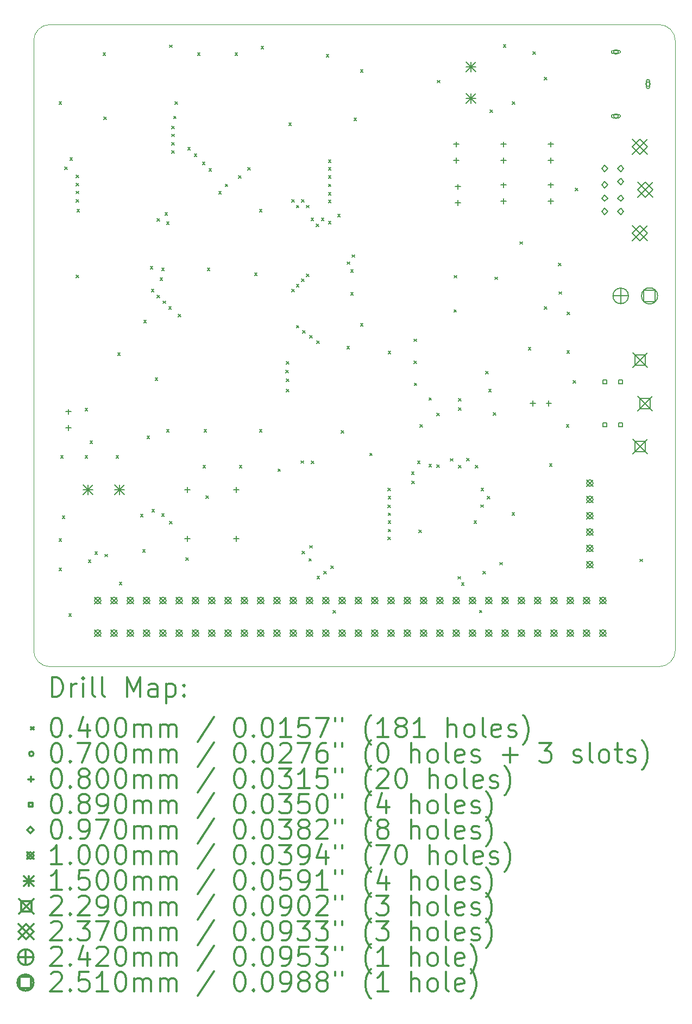
<source format=gbr>
%FSLAX45Y45*%
G04 Gerber Fmt 4.5, Leading zero omitted, Abs format (unit mm)*
G04 Created by KiCad (PCBNEW (5.1.10)-1) date 2021-07-30 10:38:17*
%MOMM*%
%LPD*%
G01*
G04 APERTURE LIST*
%TA.AperFunction,Profile*%
%ADD10C,0.050000*%
%TD*%
%ADD11C,0.200000*%
%ADD12C,0.300000*%
G04 APERTURE END LIST*
D10*
X10250000Y-5000000D02*
X19750000Y-5000000D01*
X10000000Y-14750000D02*
X10000000Y-5250000D01*
X19750000Y-15000000D02*
X10250000Y-15000000D01*
X10000000Y-5250000D02*
G75*
G02*
X10250000Y-5000000I250000J0D01*
G01*
X10250000Y-15000000D02*
G75*
G02*
X10000000Y-14750000I0J250000D01*
G01*
X20000000Y-14750000D02*
G75*
G02*
X19750000Y-15000000I-250000J0D01*
G01*
X20000000Y-11250000D02*
X20000000Y-10750000D01*
X20000000Y-10750000D02*
X20000000Y-5250000D01*
X20000000Y-14750000D02*
X20000000Y-11250000D01*
X19750000Y-5000000D02*
G75*
G02*
X20000000Y-5250000I0J-250000D01*
G01*
D11*
X10394000Y-13010200D02*
X10434000Y-13050200D01*
X10434000Y-13010200D02*
X10394000Y-13050200D01*
X10394000Y-13467400D02*
X10434000Y-13507400D01*
X10434000Y-13467400D02*
X10394000Y-13507400D01*
X10395000Y-6200000D02*
X10435000Y-6240000D01*
X10435000Y-6200000D02*
X10395000Y-6240000D01*
X10419400Y-11714800D02*
X10459400Y-11754800D01*
X10459400Y-11714800D02*
X10419400Y-11754800D01*
X10444800Y-12654600D02*
X10484800Y-12694600D01*
X10484800Y-12654600D02*
X10444800Y-12694600D01*
X10483800Y-7213600D02*
X10523800Y-7253600D01*
X10523800Y-7213600D02*
X10483800Y-7253600D01*
X10546400Y-14178600D02*
X10586400Y-14218600D01*
X10586400Y-14178600D02*
X10546400Y-14218600D01*
X10563800Y-7073600D02*
X10603800Y-7113600D01*
X10603800Y-7073600D02*
X10563800Y-7113600D01*
X10660000Y-8900000D02*
X10700000Y-8940000D01*
X10700000Y-8900000D02*
X10660000Y-8940000D01*
X10663800Y-7343600D02*
X10703800Y-7383600D01*
X10703800Y-7343600D02*
X10663800Y-7383600D01*
X10663800Y-7473600D02*
X10703800Y-7513600D01*
X10703800Y-7473600D02*
X10663800Y-7513600D01*
X10663800Y-7593600D02*
X10703800Y-7633600D01*
X10703800Y-7593600D02*
X10663800Y-7633600D01*
X10663800Y-7723600D02*
X10703800Y-7763600D01*
X10703800Y-7723600D02*
X10663800Y-7763600D01*
X10673400Y-7879400D02*
X10713400Y-7919400D01*
X10713400Y-7879400D02*
X10673400Y-7919400D01*
X10800400Y-10978200D02*
X10840400Y-11018200D01*
X10840400Y-10978200D02*
X10800400Y-11018200D01*
X10800400Y-11714800D02*
X10840400Y-11754800D01*
X10840400Y-11714800D02*
X10800400Y-11754800D01*
X10851200Y-13340400D02*
X10891200Y-13380400D01*
X10891200Y-13340400D02*
X10851200Y-13380400D01*
X10876600Y-11486200D02*
X10916600Y-11526200D01*
X10916600Y-11486200D02*
X10876600Y-11526200D01*
X10952800Y-13213400D02*
X10992800Y-13253400D01*
X10992800Y-13213400D02*
X10952800Y-13253400D01*
X11080000Y-5440000D02*
X11120000Y-5480000D01*
X11120000Y-5440000D02*
X11080000Y-5480000D01*
X11095000Y-6440000D02*
X11135000Y-6480000D01*
X11135000Y-6440000D02*
X11095000Y-6480000D01*
X11110000Y-13250000D02*
X11150000Y-13290000D01*
X11150000Y-13250000D02*
X11110000Y-13290000D01*
X11283000Y-11714800D02*
X11323000Y-11754800D01*
X11323000Y-11714800D02*
X11283000Y-11754800D01*
X11308400Y-10114600D02*
X11348400Y-10154600D01*
X11348400Y-10114600D02*
X11308400Y-10154600D01*
X11335000Y-13685000D02*
X11375000Y-13725000D01*
X11375000Y-13685000D02*
X11335000Y-13725000D01*
X11664000Y-12629200D02*
X11704000Y-12669200D01*
X11704000Y-12629200D02*
X11664000Y-12669200D01*
X11697500Y-13180000D02*
X11737500Y-13220000D01*
X11737500Y-13180000D02*
X11697500Y-13220000D01*
X11714800Y-9606600D02*
X11754800Y-9646600D01*
X11754800Y-9606600D02*
X11714800Y-9646600D01*
X11765600Y-11410000D02*
X11805600Y-11450000D01*
X11805600Y-11410000D02*
X11765600Y-11450000D01*
X11816400Y-8768400D02*
X11856400Y-8808400D01*
X11856400Y-8768400D02*
X11816400Y-8808400D01*
X11833800Y-9123600D02*
X11873800Y-9163600D01*
X11873800Y-9123600D02*
X11833800Y-9163600D01*
X11841800Y-12553000D02*
X11881800Y-12593000D01*
X11881800Y-12553000D02*
X11841800Y-12593000D01*
X11892500Y-10500000D02*
X11932500Y-10540000D01*
X11932500Y-10500000D02*
X11892500Y-10540000D01*
X11923800Y-8023600D02*
X11963800Y-8063600D01*
X11963800Y-8023600D02*
X11923800Y-8063600D01*
X11923800Y-9213600D02*
X11963800Y-9253600D01*
X11963800Y-9213600D02*
X11923800Y-9253600D01*
X11968799Y-8946200D02*
X12008799Y-8986200D01*
X12008799Y-8946200D02*
X11968799Y-8986200D01*
X11994200Y-8793800D02*
X12034200Y-8833800D01*
X12034200Y-8793800D02*
X11994200Y-8833800D01*
X11995000Y-12620000D02*
X12035000Y-12660000D01*
X12035000Y-12620000D02*
X11995000Y-12660000D01*
X12013800Y-9303600D02*
X12053800Y-9343600D01*
X12053800Y-9303600D02*
X12013800Y-9343600D01*
X12045000Y-7930200D02*
X12085000Y-7970200D01*
X12085000Y-7930200D02*
X12045000Y-7970200D01*
X12070000Y-8070000D02*
X12110000Y-8110000D01*
X12110000Y-8070000D02*
X12070000Y-8110000D01*
X12070400Y-11308400D02*
X12110400Y-11348400D01*
X12110400Y-11308400D02*
X12070400Y-11348400D01*
X12103800Y-9393600D02*
X12143800Y-9433600D01*
X12143800Y-9393600D02*
X12103800Y-9433600D01*
X12115000Y-12735000D02*
X12155000Y-12775000D01*
X12155000Y-12735000D02*
X12115000Y-12775000D01*
X12120000Y-5315000D02*
X12160000Y-5355000D01*
X12160000Y-5315000D02*
X12120000Y-5355000D01*
X12153800Y-6833600D02*
X12193800Y-6873600D01*
X12193800Y-6833600D02*
X12153800Y-6873600D01*
X12153800Y-6583600D02*
X12193800Y-6623600D01*
X12193800Y-6583600D02*
X12153800Y-6623600D01*
X12153800Y-6703600D02*
X12193800Y-6743600D01*
X12193800Y-6703600D02*
X12153800Y-6743600D01*
X12153800Y-6963600D02*
X12193800Y-7003600D01*
X12193800Y-6963600D02*
X12153800Y-7003600D01*
X12180000Y-6425000D02*
X12220000Y-6465000D01*
X12220000Y-6425000D02*
X12180000Y-6465000D01*
X12200000Y-6200000D02*
X12240000Y-6240000D01*
X12240000Y-6200000D02*
X12200000Y-6240000D01*
X12250000Y-9510000D02*
X12290000Y-9550000D01*
X12290000Y-9510000D02*
X12250000Y-9550000D01*
X12370000Y-13305000D02*
X12410000Y-13345000D01*
X12410000Y-13305000D02*
X12370000Y-13345000D01*
X12400600Y-6914200D02*
X12440600Y-6954200D01*
X12440600Y-6914200D02*
X12400600Y-6954200D01*
X12502200Y-7015800D02*
X12542200Y-7055800D01*
X12542200Y-7015800D02*
X12502200Y-7055800D01*
X12553000Y-5441000D02*
X12593000Y-5481000D01*
X12593000Y-5441000D02*
X12553000Y-5481000D01*
X12629200Y-7142800D02*
X12669200Y-7182800D01*
X12669200Y-7142800D02*
X12629200Y-7182800D01*
X12637500Y-11865000D02*
X12677500Y-11905000D01*
X12677500Y-11865000D02*
X12637500Y-11905000D01*
X12654600Y-11308400D02*
X12694600Y-11348400D01*
X12694600Y-11308400D02*
X12654600Y-11348400D01*
X12686900Y-12338100D02*
X12726900Y-12378100D01*
X12726900Y-12338100D02*
X12686900Y-12378100D01*
X12705400Y-8793800D02*
X12745400Y-8833800D01*
X12745400Y-8793800D02*
X12705400Y-8833800D01*
X12730800Y-7244400D02*
X12770800Y-7284400D01*
X12770800Y-7244400D02*
X12730800Y-7284400D01*
X12883200Y-7600000D02*
X12923200Y-7640000D01*
X12923200Y-7600000D02*
X12883200Y-7640000D01*
X12984800Y-7483600D02*
X13024800Y-7523600D01*
X13024800Y-7483600D02*
X12984800Y-7523600D01*
X13137200Y-5441000D02*
X13177200Y-5481000D01*
X13177200Y-5441000D02*
X13137200Y-5481000D01*
X13193800Y-7353600D02*
X13233800Y-7393600D01*
X13233800Y-7353600D02*
X13193800Y-7393600D01*
X13205000Y-11862500D02*
X13245000Y-11902500D01*
X13245000Y-11862500D02*
X13205000Y-11902500D01*
X13333800Y-7223600D02*
X13373800Y-7263600D01*
X13373800Y-7223600D02*
X13333800Y-7263600D01*
X13442000Y-8870000D02*
X13482000Y-8910000D01*
X13482000Y-8870000D02*
X13442000Y-8910000D01*
X13518200Y-7879400D02*
X13558200Y-7919400D01*
X13558200Y-7879400D02*
X13518200Y-7919400D01*
X13518200Y-11308400D02*
X13558200Y-11348400D01*
X13558200Y-11308400D02*
X13518200Y-11348400D01*
X13543600Y-5339400D02*
X13583600Y-5379400D01*
X13583600Y-5339400D02*
X13543600Y-5379400D01*
X13807500Y-11920000D02*
X13847500Y-11960000D01*
X13847500Y-11920000D02*
X13807500Y-11960000D01*
X13930000Y-10385000D02*
X13970000Y-10425000D01*
X13970000Y-10385000D02*
X13930000Y-10425000D01*
X13935000Y-10250000D02*
X13975000Y-10290000D01*
X13975000Y-10250000D02*
X13935000Y-10290000D01*
X13935000Y-10520000D02*
X13975000Y-10560000D01*
X13975000Y-10520000D02*
X13935000Y-10560000D01*
X13935000Y-10680000D02*
X13975000Y-10720000D01*
X13975000Y-10680000D02*
X13935000Y-10720000D01*
X13975400Y-6533200D02*
X14015400Y-6573200D01*
X14015400Y-6533200D02*
X13975400Y-6573200D01*
X14023800Y-7723600D02*
X14063800Y-7763600D01*
X14063800Y-7723600D02*
X14023800Y-7763600D01*
X14023800Y-9123600D02*
X14063800Y-9163600D01*
X14063800Y-9123600D02*
X14023800Y-9163600D01*
X14093800Y-7813600D02*
X14133800Y-7853600D01*
X14133800Y-7813600D02*
X14093800Y-7853600D01*
X14093800Y-9043600D02*
X14133800Y-9083600D01*
X14133800Y-9043600D02*
X14093800Y-9083600D01*
X14093800Y-9683600D02*
X14133800Y-9723600D01*
X14133800Y-9683600D02*
X14093800Y-9723600D01*
X14165000Y-11792500D02*
X14205000Y-11832500D01*
X14205000Y-11792500D02*
X14165000Y-11832500D01*
X14173800Y-7723600D02*
X14213800Y-7763600D01*
X14213800Y-7723600D02*
X14173800Y-7763600D01*
X14173800Y-8963600D02*
X14213800Y-9003600D01*
X14213800Y-8963600D02*
X14173800Y-9003600D01*
X14185000Y-13202500D02*
X14225000Y-13242500D01*
X14225000Y-13202500D02*
X14185000Y-13242500D01*
X14193800Y-9763600D02*
X14233800Y-9803600D01*
X14233800Y-9763600D02*
X14193800Y-9803600D01*
X14253800Y-7813600D02*
X14293800Y-7853600D01*
X14293800Y-7813600D02*
X14253800Y-7853600D01*
X14253800Y-8883600D02*
X14293800Y-8923600D01*
X14293800Y-8883600D02*
X14253800Y-8923600D01*
X14290000Y-13317500D02*
X14330000Y-13357500D01*
X14330000Y-13317500D02*
X14290000Y-13357500D01*
X14302500Y-13112500D02*
X14342500Y-13152500D01*
X14342500Y-13112500D02*
X14302500Y-13152500D01*
X14303800Y-9843600D02*
X14343800Y-9883600D01*
X14343800Y-9843600D02*
X14303800Y-9883600D01*
X14323800Y-8013600D02*
X14363800Y-8053600D01*
X14363800Y-8013600D02*
X14323800Y-8053600D01*
X14326000Y-11796500D02*
X14366000Y-11836500D01*
X14366000Y-11796500D02*
X14326000Y-11836500D01*
X14403800Y-8103600D02*
X14443800Y-8143600D01*
X14443800Y-8103600D02*
X14403800Y-8143600D01*
X14413800Y-9923600D02*
X14453800Y-9963600D01*
X14453800Y-9923600D02*
X14413800Y-9963600D01*
X14415000Y-13595000D02*
X14455000Y-13635000D01*
X14455000Y-13595000D02*
X14415000Y-13635000D01*
X14483800Y-8013600D02*
X14523800Y-8053600D01*
X14523800Y-8013600D02*
X14483800Y-8053600D01*
X14525000Y-13515000D02*
X14565000Y-13555000D01*
X14565000Y-13515000D02*
X14525000Y-13555000D01*
X14559600Y-5466400D02*
X14599600Y-5506400D01*
X14599600Y-5466400D02*
X14559600Y-5506400D01*
X14593800Y-7103600D02*
X14633800Y-7143600D01*
X14633800Y-7103600D02*
X14593800Y-7143600D01*
X14593800Y-7223600D02*
X14633800Y-7263600D01*
X14633800Y-7223600D02*
X14593800Y-7263600D01*
X14593800Y-7353600D02*
X14633800Y-7393600D01*
X14633800Y-7353600D02*
X14593800Y-7393600D01*
X14593800Y-7483600D02*
X14633800Y-7523600D01*
X14633800Y-7483600D02*
X14593800Y-7523600D01*
X14593800Y-7613600D02*
X14633800Y-7653600D01*
X14633800Y-7613600D02*
X14593800Y-7653600D01*
X14593800Y-7733600D02*
X14633800Y-7773600D01*
X14633800Y-7733600D02*
X14593800Y-7773600D01*
X14593800Y-8063600D02*
X14633800Y-8103600D01*
X14633800Y-8063600D02*
X14593800Y-8103600D01*
X14632500Y-13430000D02*
X14672500Y-13470000D01*
X14672500Y-13430000D02*
X14632500Y-13470000D01*
X14665000Y-14122500D02*
X14705000Y-14162500D01*
X14705000Y-14122500D02*
X14665000Y-14162500D01*
X14737400Y-7955600D02*
X14777400Y-7995600D01*
X14777400Y-7955600D02*
X14737400Y-7995600D01*
X14795000Y-11320000D02*
X14835000Y-11360000D01*
X14835000Y-11320000D02*
X14795000Y-11360000D01*
X14882500Y-10010000D02*
X14922500Y-10050000D01*
X14922500Y-10010000D02*
X14882500Y-10050000D01*
X14883800Y-8693600D02*
X14923800Y-8733600D01*
X14923800Y-8693600D02*
X14883800Y-8733600D01*
X14940600Y-8819200D02*
X14980600Y-8859200D01*
X14980600Y-8819200D02*
X14940600Y-8859200D01*
X14940600Y-9174800D02*
X14980600Y-9214800D01*
X14980600Y-9174800D02*
X14940600Y-9214800D01*
X14963800Y-8583600D02*
X15003800Y-8623600D01*
X15003800Y-8583600D02*
X14963800Y-8623600D01*
X14991400Y-6457000D02*
X15031400Y-6497000D01*
X15031400Y-6457000D02*
X14991400Y-6497000D01*
X15093800Y-5703600D02*
X15133800Y-5743600D01*
X15133800Y-5703600D02*
X15093800Y-5743600D01*
X15093800Y-9653600D02*
X15133800Y-9693600D01*
X15133800Y-9653600D02*
X15093800Y-9693600D01*
X15237500Y-11675000D02*
X15277500Y-11715000D01*
X15277500Y-11675000D02*
X15237500Y-11715000D01*
X15520000Y-12220000D02*
X15560000Y-12260000D01*
X15560000Y-12220000D02*
X15520000Y-12260000D01*
X15520000Y-12480000D02*
X15560000Y-12520000D01*
X15560000Y-12480000D02*
X15520000Y-12520000D01*
X15520000Y-12985000D02*
X15560000Y-13025000D01*
X15560000Y-12985000D02*
X15520000Y-13025000D01*
X15524800Y-10089200D02*
X15564800Y-10129200D01*
X15564800Y-10089200D02*
X15524800Y-10129200D01*
X15525000Y-12350000D02*
X15565000Y-12390000D01*
X15565000Y-12350000D02*
X15525000Y-12390000D01*
X15525000Y-12605000D02*
X15565000Y-12645000D01*
X15565000Y-12605000D02*
X15525000Y-12645000D01*
X15525000Y-12730000D02*
X15565000Y-12770000D01*
X15565000Y-12730000D02*
X15525000Y-12770000D01*
X15525000Y-12860000D02*
X15565000Y-12900000D01*
X15565000Y-12860000D02*
X15525000Y-12900000D01*
X15890000Y-11965000D02*
X15930000Y-12005000D01*
X15930000Y-11965000D02*
X15890000Y-12005000D01*
X15895000Y-12110000D02*
X15935000Y-12150000D01*
X15935000Y-12110000D02*
X15895000Y-12150000D01*
X15926600Y-10241600D02*
X15966600Y-10281600D01*
X15966600Y-10241600D02*
X15926600Y-10281600D01*
X15928840Y-9896160D02*
X15968840Y-9936160D01*
X15968840Y-9896160D02*
X15928840Y-9936160D01*
X15931960Y-10581960D02*
X15971960Y-10621960D01*
X15971960Y-10581960D02*
X15931960Y-10621960D01*
X15982500Y-11800000D02*
X16022500Y-11840000D01*
X16022500Y-11800000D02*
X15982500Y-11840000D01*
X16005000Y-12875000D02*
X16045000Y-12915000D01*
X16045000Y-12875000D02*
X16005000Y-12915000D01*
X16022500Y-11232500D02*
X16062500Y-11272500D01*
X16062500Y-11232500D02*
X16022500Y-11272500D01*
X16160000Y-10810000D02*
X16200000Y-10850000D01*
X16200000Y-10810000D02*
X16160000Y-10850000D01*
X16160000Y-11850000D02*
X16200000Y-11890000D01*
X16200000Y-11850000D02*
X16160000Y-11890000D01*
X16285000Y-11050000D02*
X16325000Y-11090000D01*
X16325000Y-11050000D02*
X16285000Y-11090000D01*
X16285000Y-11855000D02*
X16325000Y-11895000D01*
X16325000Y-11855000D02*
X16285000Y-11895000D01*
X16290000Y-5865000D02*
X16330000Y-5905000D01*
X16330000Y-5865000D02*
X16290000Y-5905000D01*
X16495000Y-11760000D02*
X16535000Y-11800000D01*
X16535000Y-11760000D02*
X16495000Y-11800000D01*
X16550000Y-9440000D02*
X16590000Y-9480000D01*
X16590000Y-9440000D02*
X16550000Y-9480000D01*
X16555000Y-8905000D02*
X16595000Y-8945000D01*
X16595000Y-8905000D02*
X16555000Y-8945000D01*
X16615700Y-13595700D02*
X16655700Y-13635700D01*
X16655700Y-13595700D02*
X16615700Y-13635700D01*
X16620000Y-10825000D02*
X16660000Y-10865000D01*
X16660000Y-10825000D02*
X16620000Y-10865000D01*
X16620000Y-10970000D02*
X16660000Y-11010000D01*
X16660000Y-10970000D02*
X16620000Y-11010000D01*
X16620000Y-11865000D02*
X16660000Y-11905000D01*
X16660000Y-11865000D02*
X16620000Y-11905000D01*
X16667800Y-13696000D02*
X16707800Y-13736000D01*
X16707800Y-13696000D02*
X16667800Y-13736000D01*
X16750000Y-11755000D02*
X16790000Y-11795000D01*
X16790000Y-11755000D02*
X16750000Y-11795000D01*
X16862500Y-12730000D02*
X16902500Y-12770000D01*
X16902500Y-12730000D02*
X16862500Y-12770000D01*
X16885000Y-11865000D02*
X16925000Y-11905000D01*
X16925000Y-11865000D02*
X16885000Y-11905000D01*
X16947200Y-14120300D02*
X16987200Y-14160300D01*
X16987200Y-14120300D02*
X16947200Y-14160300D01*
X16967500Y-12477500D02*
X17007500Y-12517500D01*
X17007500Y-12477500D02*
X16967500Y-12517500D01*
X16972500Y-12222500D02*
X17012500Y-12262500D01*
X17012500Y-12222500D02*
X16972500Y-12262500D01*
X17000600Y-13515600D02*
X17040600Y-13555600D01*
X17040600Y-13515600D02*
X17000600Y-13555600D01*
X17045000Y-10400000D02*
X17085000Y-10440000D01*
X17085000Y-10400000D02*
X17045000Y-10440000D01*
X17070000Y-12347500D02*
X17110000Y-12387500D01*
X17110000Y-12347500D02*
X17070000Y-12387500D01*
X17091500Y-10681500D02*
X17131500Y-10721500D01*
X17131500Y-10681500D02*
X17091500Y-10721500D01*
X17110000Y-6325000D02*
X17150000Y-6365000D01*
X17150000Y-6325000D02*
X17110000Y-6365000D01*
X17165000Y-11045000D02*
X17205000Y-11085000D01*
X17205000Y-11045000D02*
X17165000Y-11085000D01*
X17190000Y-8930000D02*
X17230000Y-8970000D01*
X17230000Y-8930000D02*
X17190000Y-8970000D01*
X17267850Y-13375350D02*
X17307850Y-13415350D01*
X17307850Y-13375350D02*
X17267850Y-13415350D01*
X17320000Y-5310000D02*
X17360000Y-5350000D01*
X17360000Y-5310000D02*
X17320000Y-5350000D01*
X17455200Y-12603800D02*
X17495200Y-12643800D01*
X17495200Y-12603800D02*
X17455200Y-12643800D01*
X17460000Y-6200000D02*
X17500000Y-6240000D01*
X17500000Y-6200000D02*
X17460000Y-6240000D01*
X17580000Y-8380000D02*
X17620000Y-8420000D01*
X17620000Y-8380000D02*
X17580000Y-8420000D01*
X17710000Y-10030000D02*
X17750000Y-10070000D01*
X17750000Y-10030000D02*
X17710000Y-10070000D01*
X17780000Y-5420000D02*
X17820000Y-5460000D01*
X17820000Y-5420000D02*
X17780000Y-5460000D01*
X17960000Y-5820000D02*
X18000000Y-5860000D01*
X18000000Y-5820000D02*
X17960000Y-5860000D01*
X17960000Y-9390000D02*
X18000000Y-9430000D01*
X18000000Y-9390000D02*
X17960000Y-9430000D01*
X18040000Y-11840000D02*
X18080000Y-11880000D01*
X18080000Y-11840000D02*
X18040000Y-11880000D01*
X18180000Y-8715000D02*
X18220000Y-8755000D01*
X18220000Y-8715000D02*
X18180000Y-8755000D01*
X18190000Y-9160000D02*
X18230000Y-9200000D01*
X18230000Y-9160000D02*
X18190000Y-9200000D01*
X18302500Y-11232500D02*
X18342500Y-11272500D01*
X18342500Y-11232500D02*
X18302500Y-11272500D01*
X18310000Y-10080000D02*
X18350000Y-10120000D01*
X18350000Y-10080000D02*
X18310000Y-10120000D01*
X18315000Y-9475000D02*
X18355000Y-9515000D01*
X18355000Y-9475000D02*
X18315000Y-9515000D01*
X18410000Y-10545000D02*
X18450000Y-10585000D01*
X18450000Y-10545000D02*
X18410000Y-10585000D01*
X18440000Y-7545000D02*
X18480000Y-7585000D01*
X18480000Y-7545000D02*
X18440000Y-7585000D01*
X19450000Y-13325000D02*
X19490000Y-13365000D01*
X19490000Y-13325000D02*
X19450000Y-13365000D01*
X19110000Y-5425000D02*
G75*
G03*
X19110000Y-5425000I-35000J0D01*
G01*
X19120000Y-5400000D02*
X19030000Y-5400000D01*
X19120000Y-5450000D02*
X19030000Y-5450000D01*
X19030000Y-5400000D02*
G75*
G03*
X19030000Y-5450000I0J-25000D01*
G01*
X19120000Y-5450000D02*
G75*
G03*
X19120000Y-5400000I0J25000D01*
G01*
X19110000Y-6425000D02*
G75*
G03*
X19110000Y-6425000I-35000J0D01*
G01*
X19120000Y-6400000D02*
X19030000Y-6400000D01*
X19120000Y-6450000D02*
X19030000Y-6450000D01*
X19030000Y-6400000D02*
G75*
G03*
X19030000Y-6450000I0J-25000D01*
G01*
X19120000Y-6450000D02*
G75*
G03*
X19120000Y-6400000I0J25000D01*
G01*
X19610000Y-5925000D02*
G75*
G03*
X19610000Y-5925000I-35000J0D01*
G01*
X19600000Y-5970000D02*
X19600000Y-5880000D01*
X19550000Y-5970000D02*
X19550000Y-5880000D01*
X19600000Y-5880000D02*
G75*
G03*
X19550000Y-5880000I-25000J0D01*
G01*
X19550000Y-5970000D02*
G75*
G03*
X19600000Y-5970000I25000J0D01*
G01*
X10541000Y-10987600D02*
X10541000Y-11067600D01*
X10501000Y-11027600D02*
X10581000Y-11027600D01*
X10541000Y-11237600D02*
X10541000Y-11317600D01*
X10501000Y-11277600D02*
X10581000Y-11277600D01*
X12395200Y-12202800D02*
X12395200Y-12282800D01*
X12355200Y-12242800D02*
X12435200Y-12242800D01*
X12395200Y-12964800D02*
X12395200Y-13044800D01*
X12355200Y-13004800D02*
X12435200Y-13004800D01*
X13157200Y-12202800D02*
X13157200Y-12282800D01*
X13117200Y-12242800D02*
X13197200Y-12242800D01*
X13157200Y-12964800D02*
X13157200Y-13044800D01*
X13117200Y-13004800D02*
X13197200Y-13004800D01*
X16586200Y-6822000D02*
X16586200Y-6902000D01*
X16546200Y-6862000D02*
X16626200Y-6862000D01*
X16586200Y-7072000D02*
X16586200Y-7152000D01*
X16546200Y-7112000D02*
X16626200Y-7112000D01*
X16611600Y-7482400D02*
X16611600Y-7562400D01*
X16571600Y-7522400D02*
X16651600Y-7522400D01*
X16611600Y-7732400D02*
X16611600Y-7812400D01*
X16571600Y-7772400D02*
X16651600Y-7772400D01*
X17322800Y-6822000D02*
X17322800Y-6902000D01*
X17282800Y-6862000D02*
X17362800Y-6862000D01*
X17322800Y-7072000D02*
X17322800Y-7152000D01*
X17282800Y-7112000D02*
X17362800Y-7112000D01*
X17322800Y-7457000D02*
X17322800Y-7537000D01*
X17282800Y-7497000D02*
X17362800Y-7497000D01*
X17322800Y-7707000D02*
X17322800Y-7787000D01*
X17282800Y-7747000D02*
X17362800Y-7747000D01*
X17780000Y-10856600D02*
X17780000Y-10936600D01*
X17740000Y-10896600D02*
X17820000Y-10896600D01*
X18030000Y-10856600D02*
X18030000Y-10936600D01*
X17990000Y-10896600D02*
X18070000Y-10896600D01*
X18059400Y-6822000D02*
X18059400Y-6902000D01*
X18019400Y-6862000D02*
X18099400Y-6862000D01*
X18059400Y-7072000D02*
X18059400Y-7152000D01*
X18019400Y-7112000D02*
X18099400Y-7112000D01*
X18059400Y-7457000D02*
X18059400Y-7537000D01*
X18019400Y-7497000D02*
X18099400Y-7497000D01*
X18059400Y-7707000D02*
X18059400Y-7787000D01*
X18019400Y-7747000D02*
X18099400Y-7747000D01*
X18932467Y-10595467D02*
X18932467Y-10532533D01*
X18869533Y-10532533D01*
X18869533Y-10595467D01*
X18932467Y-10595467D01*
X18932467Y-11265467D02*
X18932467Y-11202533D01*
X18869533Y-11202533D01*
X18869533Y-11265467D01*
X18932467Y-11265467D01*
X19181467Y-10595467D02*
X19181467Y-10532533D01*
X19118533Y-10532533D01*
X19118533Y-10595467D01*
X19181467Y-10595467D01*
X19181467Y-11265467D02*
X19181467Y-11202533D01*
X19118533Y-11202533D01*
X19118533Y-11265467D01*
X19181467Y-11265467D01*
X18901000Y-7287500D02*
X18949500Y-7239000D01*
X18901000Y-7190500D01*
X18852500Y-7239000D01*
X18901000Y-7287500D01*
X18901000Y-7541500D02*
X18949500Y-7493000D01*
X18901000Y-7444500D01*
X18852500Y-7493000D01*
X18901000Y-7541500D01*
X18901000Y-7752500D02*
X18949500Y-7704000D01*
X18901000Y-7655500D01*
X18852500Y-7704000D01*
X18901000Y-7752500D01*
X18901000Y-7957500D02*
X18949500Y-7909000D01*
X18901000Y-7860500D01*
X18852500Y-7909000D01*
X18901000Y-7957500D01*
X19150000Y-7287500D02*
X19198500Y-7239000D01*
X19150000Y-7190500D01*
X19101500Y-7239000D01*
X19150000Y-7287500D01*
X19150000Y-7492500D02*
X19198500Y-7444000D01*
X19150000Y-7395500D01*
X19101500Y-7444000D01*
X19150000Y-7492500D01*
X19150000Y-7752500D02*
X19198500Y-7704000D01*
X19150000Y-7655500D01*
X19101500Y-7704000D01*
X19150000Y-7752500D01*
X19150000Y-7957500D02*
X19198500Y-7909000D01*
X19150000Y-7860500D01*
X19101500Y-7909000D01*
X19150000Y-7957500D01*
X10948200Y-13920000D02*
X11048200Y-14020000D01*
X11048200Y-13920000D02*
X10948200Y-14020000D01*
X11048200Y-13970000D02*
G75*
G03*
X11048200Y-13970000I-50000J0D01*
G01*
X10948200Y-14428000D02*
X11048200Y-14528000D01*
X11048200Y-14428000D02*
X10948200Y-14528000D01*
X11048200Y-14478000D02*
G75*
G03*
X11048200Y-14478000I-50000J0D01*
G01*
X11202200Y-13920000D02*
X11302200Y-14020000D01*
X11302200Y-13920000D02*
X11202200Y-14020000D01*
X11302200Y-13970000D02*
G75*
G03*
X11302200Y-13970000I-50000J0D01*
G01*
X11202200Y-14428000D02*
X11302200Y-14528000D01*
X11302200Y-14428000D02*
X11202200Y-14528000D01*
X11302200Y-14478000D02*
G75*
G03*
X11302200Y-14478000I-50000J0D01*
G01*
X11456200Y-13920000D02*
X11556200Y-14020000D01*
X11556200Y-13920000D02*
X11456200Y-14020000D01*
X11556200Y-13970000D02*
G75*
G03*
X11556200Y-13970000I-50000J0D01*
G01*
X11456200Y-14428000D02*
X11556200Y-14528000D01*
X11556200Y-14428000D02*
X11456200Y-14528000D01*
X11556200Y-14478000D02*
G75*
G03*
X11556200Y-14478000I-50000J0D01*
G01*
X11710200Y-13920000D02*
X11810200Y-14020000D01*
X11810200Y-13920000D02*
X11710200Y-14020000D01*
X11810200Y-13970000D02*
G75*
G03*
X11810200Y-13970000I-50000J0D01*
G01*
X11710200Y-14428000D02*
X11810200Y-14528000D01*
X11810200Y-14428000D02*
X11710200Y-14528000D01*
X11810200Y-14478000D02*
G75*
G03*
X11810200Y-14478000I-50000J0D01*
G01*
X11964200Y-13920000D02*
X12064200Y-14020000D01*
X12064200Y-13920000D02*
X11964200Y-14020000D01*
X12064200Y-13970000D02*
G75*
G03*
X12064200Y-13970000I-50000J0D01*
G01*
X11964200Y-14428000D02*
X12064200Y-14528000D01*
X12064200Y-14428000D02*
X11964200Y-14528000D01*
X12064200Y-14478000D02*
G75*
G03*
X12064200Y-14478000I-50000J0D01*
G01*
X12218200Y-13920000D02*
X12318200Y-14020000D01*
X12318200Y-13920000D02*
X12218200Y-14020000D01*
X12318200Y-13970000D02*
G75*
G03*
X12318200Y-13970000I-50000J0D01*
G01*
X12218200Y-14428000D02*
X12318200Y-14528000D01*
X12318200Y-14428000D02*
X12218200Y-14528000D01*
X12318200Y-14478000D02*
G75*
G03*
X12318200Y-14478000I-50000J0D01*
G01*
X12472200Y-13920000D02*
X12572200Y-14020000D01*
X12572200Y-13920000D02*
X12472200Y-14020000D01*
X12572200Y-13970000D02*
G75*
G03*
X12572200Y-13970000I-50000J0D01*
G01*
X12472200Y-14428000D02*
X12572200Y-14528000D01*
X12572200Y-14428000D02*
X12472200Y-14528000D01*
X12572200Y-14478000D02*
G75*
G03*
X12572200Y-14478000I-50000J0D01*
G01*
X12726200Y-13920000D02*
X12826200Y-14020000D01*
X12826200Y-13920000D02*
X12726200Y-14020000D01*
X12826200Y-13970000D02*
G75*
G03*
X12826200Y-13970000I-50000J0D01*
G01*
X12726200Y-14428000D02*
X12826200Y-14528000D01*
X12826200Y-14428000D02*
X12726200Y-14528000D01*
X12826200Y-14478000D02*
G75*
G03*
X12826200Y-14478000I-50000J0D01*
G01*
X12980200Y-13920000D02*
X13080200Y-14020000D01*
X13080200Y-13920000D02*
X12980200Y-14020000D01*
X13080200Y-13970000D02*
G75*
G03*
X13080200Y-13970000I-50000J0D01*
G01*
X12980200Y-14428000D02*
X13080200Y-14528000D01*
X13080200Y-14428000D02*
X12980200Y-14528000D01*
X13080200Y-14478000D02*
G75*
G03*
X13080200Y-14478000I-50000J0D01*
G01*
X13234200Y-13920000D02*
X13334200Y-14020000D01*
X13334200Y-13920000D02*
X13234200Y-14020000D01*
X13334200Y-13970000D02*
G75*
G03*
X13334200Y-13970000I-50000J0D01*
G01*
X13234200Y-14428000D02*
X13334200Y-14528000D01*
X13334200Y-14428000D02*
X13234200Y-14528000D01*
X13334200Y-14478000D02*
G75*
G03*
X13334200Y-14478000I-50000J0D01*
G01*
X13488200Y-13920000D02*
X13588200Y-14020000D01*
X13588200Y-13920000D02*
X13488200Y-14020000D01*
X13588200Y-13970000D02*
G75*
G03*
X13588200Y-13970000I-50000J0D01*
G01*
X13488200Y-14428000D02*
X13588200Y-14528000D01*
X13588200Y-14428000D02*
X13488200Y-14528000D01*
X13588200Y-14478000D02*
G75*
G03*
X13588200Y-14478000I-50000J0D01*
G01*
X13742200Y-13920000D02*
X13842200Y-14020000D01*
X13842200Y-13920000D02*
X13742200Y-14020000D01*
X13842200Y-13970000D02*
G75*
G03*
X13842200Y-13970000I-50000J0D01*
G01*
X13742200Y-14428000D02*
X13842200Y-14528000D01*
X13842200Y-14428000D02*
X13742200Y-14528000D01*
X13842200Y-14478000D02*
G75*
G03*
X13842200Y-14478000I-50000J0D01*
G01*
X13996200Y-13920000D02*
X14096200Y-14020000D01*
X14096200Y-13920000D02*
X13996200Y-14020000D01*
X14096200Y-13970000D02*
G75*
G03*
X14096200Y-13970000I-50000J0D01*
G01*
X13996200Y-14428000D02*
X14096200Y-14528000D01*
X14096200Y-14428000D02*
X13996200Y-14528000D01*
X14096200Y-14478000D02*
G75*
G03*
X14096200Y-14478000I-50000J0D01*
G01*
X14250200Y-13920000D02*
X14350200Y-14020000D01*
X14350200Y-13920000D02*
X14250200Y-14020000D01*
X14350200Y-13970000D02*
G75*
G03*
X14350200Y-13970000I-50000J0D01*
G01*
X14250200Y-14428000D02*
X14350200Y-14528000D01*
X14350200Y-14428000D02*
X14250200Y-14528000D01*
X14350200Y-14478000D02*
G75*
G03*
X14350200Y-14478000I-50000J0D01*
G01*
X14504200Y-13920000D02*
X14604200Y-14020000D01*
X14604200Y-13920000D02*
X14504200Y-14020000D01*
X14604200Y-13970000D02*
G75*
G03*
X14604200Y-13970000I-50000J0D01*
G01*
X14504200Y-14428000D02*
X14604200Y-14528000D01*
X14604200Y-14428000D02*
X14504200Y-14528000D01*
X14604200Y-14478000D02*
G75*
G03*
X14604200Y-14478000I-50000J0D01*
G01*
X14758200Y-13920000D02*
X14858200Y-14020000D01*
X14858200Y-13920000D02*
X14758200Y-14020000D01*
X14858200Y-13970000D02*
G75*
G03*
X14858200Y-13970000I-50000J0D01*
G01*
X14758200Y-14428000D02*
X14858200Y-14528000D01*
X14858200Y-14428000D02*
X14758200Y-14528000D01*
X14858200Y-14478000D02*
G75*
G03*
X14858200Y-14478000I-50000J0D01*
G01*
X15012200Y-13920000D02*
X15112200Y-14020000D01*
X15112200Y-13920000D02*
X15012200Y-14020000D01*
X15112200Y-13970000D02*
G75*
G03*
X15112200Y-13970000I-50000J0D01*
G01*
X15012200Y-14428000D02*
X15112200Y-14528000D01*
X15112200Y-14428000D02*
X15012200Y-14528000D01*
X15112200Y-14478000D02*
G75*
G03*
X15112200Y-14478000I-50000J0D01*
G01*
X15266200Y-13920000D02*
X15366200Y-14020000D01*
X15366200Y-13920000D02*
X15266200Y-14020000D01*
X15366200Y-13970000D02*
G75*
G03*
X15366200Y-13970000I-50000J0D01*
G01*
X15266200Y-14428000D02*
X15366200Y-14528000D01*
X15366200Y-14428000D02*
X15266200Y-14528000D01*
X15366200Y-14478000D02*
G75*
G03*
X15366200Y-14478000I-50000J0D01*
G01*
X15520200Y-13920000D02*
X15620200Y-14020000D01*
X15620200Y-13920000D02*
X15520200Y-14020000D01*
X15620200Y-13970000D02*
G75*
G03*
X15620200Y-13970000I-50000J0D01*
G01*
X15520200Y-14428000D02*
X15620200Y-14528000D01*
X15620200Y-14428000D02*
X15520200Y-14528000D01*
X15620200Y-14478000D02*
G75*
G03*
X15620200Y-14478000I-50000J0D01*
G01*
X15774200Y-13920000D02*
X15874200Y-14020000D01*
X15874200Y-13920000D02*
X15774200Y-14020000D01*
X15874200Y-13970000D02*
G75*
G03*
X15874200Y-13970000I-50000J0D01*
G01*
X15774200Y-14428000D02*
X15874200Y-14528000D01*
X15874200Y-14428000D02*
X15774200Y-14528000D01*
X15874200Y-14478000D02*
G75*
G03*
X15874200Y-14478000I-50000J0D01*
G01*
X16028200Y-13920000D02*
X16128200Y-14020000D01*
X16128200Y-13920000D02*
X16028200Y-14020000D01*
X16128200Y-13970000D02*
G75*
G03*
X16128200Y-13970000I-50000J0D01*
G01*
X16028200Y-14428000D02*
X16128200Y-14528000D01*
X16128200Y-14428000D02*
X16028200Y-14528000D01*
X16128200Y-14478000D02*
G75*
G03*
X16128200Y-14478000I-50000J0D01*
G01*
X16282200Y-13920000D02*
X16382200Y-14020000D01*
X16382200Y-13920000D02*
X16282200Y-14020000D01*
X16382200Y-13970000D02*
G75*
G03*
X16382200Y-13970000I-50000J0D01*
G01*
X16282200Y-14428000D02*
X16382200Y-14528000D01*
X16382200Y-14428000D02*
X16282200Y-14528000D01*
X16382200Y-14478000D02*
G75*
G03*
X16382200Y-14478000I-50000J0D01*
G01*
X16536200Y-13920000D02*
X16636200Y-14020000D01*
X16636200Y-13920000D02*
X16536200Y-14020000D01*
X16636200Y-13970000D02*
G75*
G03*
X16636200Y-13970000I-50000J0D01*
G01*
X16536200Y-14428000D02*
X16636200Y-14528000D01*
X16636200Y-14428000D02*
X16536200Y-14528000D01*
X16636200Y-14478000D02*
G75*
G03*
X16636200Y-14478000I-50000J0D01*
G01*
X16790200Y-13920000D02*
X16890200Y-14020000D01*
X16890200Y-13920000D02*
X16790200Y-14020000D01*
X16890200Y-13970000D02*
G75*
G03*
X16890200Y-13970000I-50000J0D01*
G01*
X16790200Y-14428000D02*
X16890200Y-14528000D01*
X16890200Y-14428000D02*
X16790200Y-14528000D01*
X16890200Y-14478000D02*
G75*
G03*
X16890200Y-14478000I-50000J0D01*
G01*
X17044200Y-13920000D02*
X17144200Y-14020000D01*
X17144200Y-13920000D02*
X17044200Y-14020000D01*
X17144200Y-13970000D02*
G75*
G03*
X17144200Y-13970000I-50000J0D01*
G01*
X17044200Y-14428000D02*
X17144200Y-14528000D01*
X17144200Y-14428000D02*
X17044200Y-14528000D01*
X17144200Y-14478000D02*
G75*
G03*
X17144200Y-14478000I-50000J0D01*
G01*
X17298200Y-13920000D02*
X17398200Y-14020000D01*
X17398200Y-13920000D02*
X17298200Y-14020000D01*
X17398200Y-13970000D02*
G75*
G03*
X17398200Y-13970000I-50000J0D01*
G01*
X17298200Y-14428000D02*
X17398200Y-14528000D01*
X17398200Y-14428000D02*
X17298200Y-14528000D01*
X17398200Y-14478000D02*
G75*
G03*
X17398200Y-14478000I-50000J0D01*
G01*
X17552200Y-13920000D02*
X17652200Y-14020000D01*
X17652200Y-13920000D02*
X17552200Y-14020000D01*
X17652200Y-13970000D02*
G75*
G03*
X17652200Y-13970000I-50000J0D01*
G01*
X17552200Y-14428000D02*
X17652200Y-14528000D01*
X17652200Y-14428000D02*
X17552200Y-14528000D01*
X17652200Y-14478000D02*
G75*
G03*
X17652200Y-14478000I-50000J0D01*
G01*
X17806200Y-13920000D02*
X17906200Y-14020000D01*
X17906200Y-13920000D02*
X17806200Y-14020000D01*
X17906200Y-13970000D02*
G75*
G03*
X17906200Y-13970000I-50000J0D01*
G01*
X17806200Y-14428000D02*
X17906200Y-14528000D01*
X17906200Y-14428000D02*
X17806200Y-14528000D01*
X17906200Y-14478000D02*
G75*
G03*
X17906200Y-14478000I-50000J0D01*
G01*
X18060200Y-13920000D02*
X18160200Y-14020000D01*
X18160200Y-13920000D02*
X18060200Y-14020000D01*
X18160200Y-13970000D02*
G75*
G03*
X18160200Y-13970000I-50000J0D01*
G01*
X18060200Y-14428000D02*
X18160200Y-14528000D01*
X18160200Y-14428000D02*
X18060200Y-14528000D01*
X18160200Y-14478000D02*
G75*
G03*
X18160200Y-14478000I-50000J0D01*
G01*
X18314200Y-13920000D02*
X18414200Y-14020000D01*
X18414200Y-13920000D02*
X18314200Y-14020000D01*
X18414200Y-13970000D02*
G75*
G03*
X18414200Y-13970000I-50000J0D01*
G01*
X18314200Y-14428000D02*
X18414200Y-14528000D01*
X18414200Y-14428000D02*
X18314200Y-14528000D01*
X18414200Y-14478000D02*
G75*
G03*
X18414200Y-14478000I-50000J0D01*
G01*
X18568200Y-13920000D02*
X18668200Y-14020000D01*
X18668200Y-13920000D02*
X18568200Y-14020000D01*
X18668200Y-13970000D02*
G75*
G03*
X18668200Y-13970000I-50000J0D01*
G01*
X18568200Y-14428000D02*
X18668200Y-14528000D01*
X18668200Y-14428000D02*
X18568200Y-14528000D01*
X18668200Y-14478000D02*
G75*
G03*
X18668200Y-14478000I-50000J0D01*
G01*
X18619000Y-12091200D02*
X18719000Y-12191200D01*
X18719000Y-12091200D02*
X18619000Y-12191200D01*
X18719000Y-12141200D02*
G75*
G03*
X18719000Y-12141200I-50000J0D01*
G01*
X18619000Y-12345200D02*
X18719000Y-12445200D01*
X18719000Y-12345200D02*
X18619000Y-12445200D01*
X18719000Y-12395200D02*
G75*
G03*
X18719000Y-12395200I-50000J0D01*
G01*
X18619000Y-12599200D02*
X18719000Y-12699200D01*
X18719000Y-12599200D02*
X18619000Y-12699200D01*
X18719000Y-12649200D02*
G75*
G03*
X18719000Y-12649200I-50000J0D01*
G01*
X18619000Y-12853200D02*
X18719000Y-12953200D01*
X18719000Y-12853200D02*
X18619000Y-12953200D01*
X18719000Y-12903200D02*
G75*
G03*
X18719000Y-12903200I-50000J0D01*
G01*
X18619000Y-13107200D02*
X18719000Y-13207200D01*
X18719000Y-13107200D02*
X18619000Y-13207200D01*
X18719000Y-13157200D02*
G75*
G03*
X18719000Y-13157200I-50000J0D01*
G01*
X18619000Y-13361200D02*
X18719000Y-13461200D01*
X18719000Y-13361200D02*
X18619000Y-13461200D01*
X18719000Y-13411200D02*
G75*
G03*
X18719000Y-13411200I-50000J0D01*
G01*
X18822200Y-13920000D02*
X18922200Y-14020000D01*
X18922200Y-13920000D02*
X18822200Y-14020000D01*
X18922200Y-13970000D02*
G75*
G03*
X18922200Y-13970000I-50000J0D01*
G01*
X18822200Y-14428000D02*
X18922200Y-14528000D01*
X18922200Y-14428000D02*
X18822200Y-14528000D01*
X18922200Y-14478000D02*
G75*
G03*
X18922200Y-14478000I-50000J0D01*
G01*
X10770800Y-12167800D02*
X10920800Y-12317800D01*
X10920800Y-12167800D02*
X10770800Y-12317800D01*
X10845800Y-12167800D02*
X10845800Y-12317800D01*
X10770800Y-12242800D02*
X10920800Y-12242800D01*
X11260800Y-12167800D02*
X11410800Y-12317800D01*
X11410800Y-12167800D02*
X11260800Y-12317800D01*
X11335800Y-12167800D02*
X11335800Y-12317800D01*
X11260800Y-12242800D02*
X11410800Y-12242800D01*
X16739800Y-5581800D02*
X16889800Y-5731800D01*
X16889800Y-5581800D02*
X16739800Y-5731800D01*
X16814800Y-5581800D02*
X16814800Y-5731800D01*
X16739800Y-5656800D02*
X16889800Y-5656800D01*
X16739800Y-6071800D02*
X16889800Y-6221800D01*
X16889800Y-6071800D02*
X16739800Y-6221800D01*
X16814800Y-6071800D02*
X16814800Y-6221800D01*
X16739800Y-6146800D02*
X16889800Y-6146800D01*
X19335500Y-10108500D02*
X19564500Y-10337500D01*
X19564500Y-10108500D02*
X19335500Y-10337500D01*
X19530965Y-10303965D02*
X19530965Y-10142036D01*
X19369036Y-10142036D01*
X19369036Y-10303965D01*
X19530965Y-10303965D01*
X19335500Y-11460500D02*
X19564500Y-11689500D01*
X19564500Y-11460500D02*
X19335500Y-11689500D01*
X19530965Y-11655964D02*
X19530965Y-11494035D01*
X19369036Y-11494035D01*
X19369036Y-11655964D01*
X19530965Y-11655964D01*
X19416500Y-10784500D02*
X19645500Y-11013500D01*
X19645500Y-10784500D02*
X19416500Y-11013500D01*
X19611965Y-10979965D02*
X19611965Y-10818036D01*
X19450036Y-10818036D01*
X19450036Y-10979965D01*
X19611965Y-10979965D01*
X19331500Y-6779500D02*
X19568500Y-7016500D01*
X19568500Y-6779500D02*
X19331500Y-7016500D01*
X19450000Y-7016500D02*
X19568500Y-6898000D01*
X19450000Y-6779500D01*
X19331500Y-6898000D01*
X19450000Y-7016500D01*
X19331500Y-8131500D02*
X19568500Y-8368500D01*
X19568500Y-8131500D02*
X19331500Y-8368500D01*
X19450000Y-8368500D02*
X19568500Y-8250000D01*
X19450000Y-8131500D01*
X19331500Y-8250000D01*
X19450000Y-8368500D01*
X19412500Y-7455500D02*
X19649500Y-7692500D01*
X19649500Y-7455500D02*
X19412500Y-7692500D01*
X19531000Y-7692500D02*
X19649500Y-7574000D01*
X19531000Y-7455500D01*
X19412500Y-7574000D01*
X19531000Y-7692500D01*
X19150000Y-9104000D02*
X19150000Y-9346000D01*
X19029000Y-9225000D02*
X19271000Y-9225000D01*
X19271000Y-9225000D02*
G75*
G03*
X19271000Y-9225000I-121000J0D01*
G01*
X19688743Y-9313743D02*
X19688743Y-9136257D01*
X19511257Y-9136257D01*
X19511257Y-9313743D01*
X19688743Y-9313743D01*
X19725500Y-9225000D02*
G75*
G03*
X19725500Y-9225000I-125500J0D01*
G01*
D12*
X10283928Y-15468214D02*
X10283928Y-15168214D01*
X10355357Y-15168214D01*
X10398214Y-15182500D01*
X10426786Y-15211071D01*
X10441071Y-15239643D01*
X10455357Y-15296786D01*
X10455357Y-15339643D01*
X10441071Y-15396786D01*
X10426786Y-15425357D01*
X10398214Y-15453929D01*
X10355357Y-15468214D01*
X10283928Y-15468214D01*
X10583928Y-15468214D02*
X10583928Y-15268214D01*
X10583928Y-15325357D02*
X10598214Y-15296786D01*
X10612500Y-15282500D01*
X10641071Y-15268214D01*
X10669643Y-15268214D01*
X10769643Y-15468214D02*
X10769643Y-15268214D01*
X10769643Y-15168214D02*
X10755357Y-15182500D01*
X10769643Y-15196786D01*
X10783928Y-15182500D01*
X10769643Y-15168214D01*
X10769643Y-15196786D01*
X10955357Y-15468214D02*
X10926786Y-15453929D01*
X10912500Y-15425357D01*
X10912500Y-15168214D01*
X11112500Y-15468214D02*
X11083928Y-15453929D01*
X11069643Y-15425357D01*
X11069643Y-15168214D01*
X11455357Y-15468214D02*
X11455357Y-15168214D01*
X11555357Y-15382500D01*
X11655357Y-15168214D01*
X11655357Y-15468214D01*
X11926786Y-15468214D02*
X11926786Y-15311071D01*
X11912500Y-15282500D01*
X11883928Y-15268214D01*
X11826786Y-15268214D01*
X11798214Y-15282500D01*
X11926786Y-15453929D02*
X11898214Y-15468214D01*
X11826786Y-15468214D01*
X11798214Y-15453929D01*
X11783928Y-15425357D01*
X11783928Y-15396786D01*
X11798214Y-15368214D01*
X11826786Y-15353929D01*
X11898214Y-15353929D01*
X11926786Y-15339643D01*
X12069643Y-15268214D02*
X12069643Y-15568214D01*
X12069643Y-15282500D02*
X12098214Y-15268214D01*
X12155357Y-15268214D01*
X12183928Y-15282500D01*
X12198214Y-15296786D01*
X12212500Y-15325357D01*
X12212500Y-15411071D01*
X12198214Y-15439643D01*
X12183928Y-15453929D01*
X12155357Y-15468214D01*
X12098214Y-15468214D01*
X12069643Y-15453929D01*
X12341071Y-15439643D02*
X12355357Y-15453929D01*
X12341071Y-15468214D01*
X12326786Y-15453929D01*
X12341071Y-15439643D01*
X12341071Y-15468214D01*
X12341071Y-15282500D02*
X12355357Y-15296786D01*
X12341071Y-15311071D01*
X12326786Y-15296786D01*
X12341071Y-15282500D01*
X12341071Y-15311071D01*
X9957500Y-15942500D02*
X9997500Y-15982500D01*
X9997500Y-15942500D02*
X9957500Y-15982500D01*
X10341071Y-15798214D02*
X10369643Y-15798214D01*
X10398214Y-15812500D01*
X10412500Y-15826786D01*
X10426786Y-15855357D01*
X10441071Y-15912500D01*
X10441071Y-15983929D01*
X10426786Y-16041071D01*
X10412500Y-16069643D01*
X10398214Y-16083929D01*
X10369643Y-16098214D01*
X10341071Y-16098214D01*
X10312500Y-16083929D01*
X10298214Y-16069643D01*
X10283928Y-16041071D01*
X10269643Y-15983929D01*
X10269643Y-15912500D01*
X10283928Y-15855357D01*
X10298214Y-15826786D01*
X10312500Y-15812500D01*
X10341071Y-15798214D01*
X10569643Y-16069643D02*
X10583928Y-16083929D01*
X10569643Y-16098214D01*
X10555357Y-16083929D01*
X10569643Y-16069643D01*
X10569643Y-16098214D01*
X10841071Y-15898214D02*
X10841071Y-16098214D01*
X10769643Y-15783929D02*
X10698214Y-15998214D01*
X10883928Y-15998214D01*
X11055357Y-15798214D02*
X11083928Y-15798214D01*
X11112500Y-15812500D01*
X11126786Y-15826786D01*
X11141071Y-15855357D01*
X11155357Y-15912500D01*
X11155357Y-15983929D01*
X11141071Y-16041071D01*
X11126786Y-16069643D01*
X11112500Y-16083929D01*
X11083928Y-16098214D01*
X11055357Y-16098214D01*
X11026786Y-16083929D01*
X11012500Y-16069643D01*
X10998214Y-16041071D01*
X10983928Y-15983929D01*
X10983928Y-15912500D01*
X10998214Y-15855357D01*
X11012500Y-15826786D01*
X11026786Y-15812500D01*
X11055357Y-15798214D01*
X11341071Y-15798214D02*
X11369643Y-15798214D01*
X11398214Y-15812500D01*
X11412500Y-15826786D01*
X11426786Y-15855357D01*
X11441071Y-15912500D01*
X11441071Y-15983929D01*
X11426786Y-16041071D01*
X11412500Y-16069643D01*
X11398214Y-16083929D01*
X11369643Y-16098214D01*
X11341071Y-16098214D01*
X11312500Y-16083929D01*
X11298214Y-16069643D01*
X11283928Y-16041071D01*
X11269643Y-15983929D01*
X11269643Y-15912500D01*
X11283928Y-15855357D01*
X11298214Y-15826786D01*
X11312500Y-15812500D01*
X11341071Y-15798214D01*
X11569643Y-16098214D02*
X11569643Y-15898214D01*
X11569643Y-15926786D02*
X11583928Y-15912500D01*
X11612500Y-15898214D01*
X11655357Y-15898214D01*
X11683928Y-15912500D01*
X11698214Y-15941071D01*
X11698214Y-16098214D01*
X11698214Y-15941071D02*
X11712500Y-15912500D01*
X11741071Y-15898214D01*
X11783928Y-15898214D01*
X11812500Y-15912500D01*
X11826786Y-15941071D01*
X11826786Y-16098214D01*
X11969643Y-16098214D02*
X11969643Y-15898214D01*
X11969643Y-15926786D02*
X11983928Y-15912500D01*
X12012500Y-15898214D01*
X12055357Y-15898214D01*
X12083928Y-15912500D01*
X12098214Y-15941071D01*
X12098214Y-16098214D01*
X12098214Y-15941071D02*
X12112500Y-15912500D01*
X12141071Y-15898214D01*
X12183928Y-15898214D01*
X12212500Y-15912500D01*
X12226786Y-15941071D01*
X12226786Y-16098214D01*
X12812500Y-15783929D02*
X12555357Y-16169643D01*
X13198214Y-15798214D02*
X13226786Y-15798214D01*
X13255357Y-15812500D01*
X13269643Y-15826786D01*
X13283928Y-15855357D01*
X13298214Y-15912500D01*
X13298214Y-15983929D01*
X13283928Y-16041071D01*
X13269643Y-16069643D01*
X13255357Y-16083929D01*
X13226786Y-16098214D01*
X13198214Y-16098214D01*
X13169643Y-16083929D01*
X13155357Y-16069643D01*
X13141071Y-16041071D01*
X13126786Y-15983929D01*
X13126786Y-15912500D01*
X13141071Y-15855357D01*
X13155357Y-15826786D01*
X13169643Y-15812500D01*
X13198214Y-15798214D01*
X13426786Y-16069643D02*
X13441071Y-16083929D01*
X13426786Y-16098214D01*
X13412500Y-16083929D01*
X13426786Y-16069643D01*
X13426786Y-16098214D01*
X13626786Y-15798214D02*
X13655357Y-15798214D01*
X13683928Y-15812500D01*
X13698214Y-15826786D01*
X13712500Y-15855357D01*
X13726786Y-15912500D01*
X13726786Y-15983929D01*
X13712500Y-16041071D01*
X13698214Y-16069643D01*
X13683928Y-16083929D01*
X13655357Y-16098214D01*
X13626786Y-16098214D01*
X13598214Y-16083929D01*
X13583928Y-16069643D01*
X13569643Y-16041071D01*
X13555357Y-15983929D01*
X13555357Y-15912500D01*
X13569643Y-15855357D01*
X13583928Y-15826786D01*
X13598214Y-15812500D01*
X13626786Y-15798214D01*
X14012500Y-16098214D02*
X13841071Y-16098214D01*
X13926786Y-16098214D02*
X13926786Y-15798214D01*
X13898214Y-15841071D01*
X13869643Y-15869643D01*
X13841071Y-15883929D01*
X14283928Y-15798214D02*
X14141071Y-15798214D01*
X14126786Y-15941071D01*
X14141071Y-15926786D01*
X14169643Y-15912500D01*
X14241071Y-15912500D01*
X14269643Y-15926786D01*
X14283928Y-15941071D01*
X14298214Y-15969643D01*
X14298214Y-16041071D01*
X14283928Y-16069643D01*
X14269643Y-16083929D01*
X14241071Y-16098214D01*
X14169643Y-16098214D01*
X14141071Y-16083929D01*
X14126786Y-16069643D01*
X14398214Y-15798214D02*
X14598214Y-15798214D01*
X14469643Y-16098214D01*
X14698214Y-15798214D02*
X14698214Y-15855357D01*
X14812500Y-15798214D02*
X14812500Y-15855357D01*
X15255357Y-16212500D02*
X15241071Y-16198214D01*
X15212500Y-16155357D01*
X15198214Y-16126786D01*
X15183928Y-16083929D01*
X15169643Y-16012500D01*
X15169643Y-15955357D01*
X15183928Y-15883929D01*
X15198214Y-15841071D01*
X15212500Y-15812500D01*
X15241071Y-15769643D01*
X15255357Y-15755357D01*
X15526786Y-16098214D02*
X15355357Y-16098214D01*
X15441071Y-16098214D02*
X15441071Y-15798214D01*
X15412500Y-15841071D01*
X15383928Y-15869643D01*
X15355357Y-15883929D01*
X15698214Y-15926786D02*
X15669643Y-15912500D01*
X15655357Y-15898214D01*
X15641071Y-15869643D01*
X15641071Y-15855357D01*
X15655357Y-15826786D01*
X15669643Y-15812500D01*
X15698214Y-15798214D01*
X15755357Y-15798214D01*
X15783928Y-15812500D01*
X15798214Y-15826786D01*
X15812500Y-15855357D01*
X15812500Y-15869643D01*
X15798214Y-15898214D01*
X15783928Y-15912500D01*
X15755357Y-15926786D01*
X15698214Y-15926786D01*
X15669643Y-15941071D01*
X15655357Y-15955357D01*
X15641071Y-15983929D01*
X15641071Y-16041071D01*
X15655357Y-16069643D01*
X15669643Y-16083929D01*
X15698214Y-16098214D01*
X15755357Y-16098214D01*
X15783928Y-16083929D01*
X15798214Y-16069643D01*
X15812500Y-16041071D01*
X15812500Y-15983929D01*
X15798214Y-15955357D01*
X15783928Y-15941071D01*
X15755357Y-15926786D01*
X16098214Y-16098214D02*
X15926786Y-16098214D01*
X16012500Y-16098214D02*
X16012500Y-15798214D01*
X15983928Y-15841071D01*
X15955357Y-15869643D01*
X15926786Y-15883929D01*
X16455357Y-16098214D02*
X16455357Y-15798214D01*
X16583928Y-16098214D02*
X16583928Y-15941071D01*
X16569643Y-15912500D01*
X16541071Y-15898214D01*
X16498214Y-15898214D01*
X16469643Y-15912500D01*
X16455357Y-15926786D01*
X16769643Y-16098214D02*
X16741071Y-16083929D01*
X16726786Y-16069643D01*
X16712500Y-16041071D01*
X16712500Y-15955357D01*
X16726786Y-15926786D01*
X16741071Y-15912500D01*
X16769643Y-15898214D01*
X16812500Y-15898214D01*
X16841071Y-15912500D01*
X16855357Y-15926786D01*
X16869643Y-15955357D01*
X16869643Y-16041071D01*
X16855357Y-16069643D01*
X16841071Y-16083929D01*
X16812500Y-16098214D01*
X16769643Y-16098214D01*
X17041071Y-16098214D02*
X17012500Y-16083929D01*
X16998214Y-16055357D01*
X16998214Y-15798214D01*
X17269643Y-16083929D02*
X17241071Y-16098214D01*
X17183928Y-16098214D01*
X17155357Y-16083929D01*
X17141071Y-16055357D01*
X17141071Y-15941071D01*
X17155357Y-15912500D01*
X17183928Y-15898214D01*
X17241071Y-15898214D01*
X17269643Y-15912500D01*
X17283928Y-15941071D01*
X17283928Y-15969643D01*
X17141071Y-15998214D01*
X17398214Y-16083929D02*
X17426786Y-16098214D01*
X17483928Y-16098214D01*
X17512500Y-16083929D01*
X17526786Y-16055357D01*
X17526786Y-16041071D01*
X17512500Y-16012500D01*
X17483928Y-15998214D01*
X17441071Y-15998214D01*
X17412500Y-15983929D01*
X17398214Y-15955357D01*
X17398214Y-15941071D01*
X17412500Y-15912500D01*
X17441071Y-15898214D01*
X17483928Y-15898214D01*
X17512500Y-15912500D01*
X17626786Y-16212500D02*
X17641071Y-16198214D01*
X17669643Y-16155357D01*
X17683928Y-16126786D01*
X17698214Y-16083929D01*
X17712500Y-16012500D01*
X17712500Y-15955357D01*
X17698214Y-15883929D01*
X17683928Y-15841071D01*
X17669643Y-15812500D01*
X17641071Y-15769643D01*
X17626786Y-15755357D01*
X9997500Y-16358500D02*
G75*
G03*
X9997500Y-16358500I-35000J0D01*
G01*
X10341071Y-16194214D02*
X10369643Y-16194214D01*
X10398214Y-16208500D01*
X10412500Y-16222786D01*
X10426786Y-16251357D01*
X10441071Y-16308500D01*
X10441071Y-16379929D01*
X10426786Y-16437071D01*
X10412500Y-16465643D01*
X10398214Y-16479929D01*
X10369643Y-16494214D01*
X10341071Y-16494214D01*
X10312500Y-16479929D01*
X10298214Y-16465643D01*
X10283928Y-16437071D01*
X10269643Y-16379929D01*
X10269643Y-16308500D01*
X10283928Y-16251357D01*
X10298214Y-16222786D01*
X10312500Y-16208500D01*
X10341071Y-16194214D01*
X10569643Y-16465643D02*
X10583928Y-16479929D01*
X10569643Y-16494214D01*
X10555357Y-16479929D01*
X10569643Y-16465643D01*
X10569643Y-16494214D01*
X10683928Y-16194214D02*
X10883928Y-16194214D01*
X10755357Y-16494214D01*
X11055357Y-16194214D02*
X11083928Y-16194214D01*
X11112500Y-16208500D01*
X11126786Y-16222786D01*
X11141071Y-16251357D01*
X11155357Y-16308500D01*
X11155357Y-16379929D01*
X11141071Y-16437071D01*
X11126786Y-16465643D01*
X11112500Y-16479929D01*
X11083928Y-16494214D01*
X11055357Y-16494214D01*
X11026786Y-16479929D01*
X11012500Y-16465643D01*
X10998214Y-16437071D01*
X10983928Y-16379929D01*
X10983928Y-16308500D01*
X10998214Y-16251357D01*
X11012500Y-16222786D01*
X11026786Y-16208500D01*
X11055357Y-16194214D01*
X11341071Y-16194214D02*
X11369643Y-16194214D01*
X11398214Y-16208500D01*
X11412500Y-16222786D01*
X11426786Y-16251357D01*
X11441071Y-16308500D01*
X11441071Y-16379929D01*
X11426786Y-16437071D01*
X11412500Y-16465643D01*
X11398214Y-16479929D01*
X11369643Y-16494214D01*
X11341071Y-16494214D01*
X11312500Y-16479929D01*
X11298214Y-16465643D01*
X11283928Y-16437071D01*
X11269643Y-16379929D01*
X11269643Y-16308500D01*
X11283928Y-16251357D01*
X11298214Y-16222786D01*
X11312500Y-16208500D01*
X11341071Y-16194214D01*
X11569643Y-16494214D02*
X11569643Y-16294214D01*
X11569643Y-16322786D02*
X11583928Y-16308500D01*
X11612500Y-16294214D01*
X11655357Y-16294214D01*
X11683928Y-16308500D01*
X11698214Y-16337071D01*
X11698214Y-16494214D01*
X11698214Y-16337071D02*
X11712500Y-16308500D01*
X11741071Y-16294214D01*
X11783928Y-16294214D01*
X11812500Y-16308500D01*
X11826786Y-16337071D01*
X11826786Y-16494214D01*
X11969643Y-16494214D02*
X11969643Y-16294214D01*
X11969643Y-16322786D02*
X11983928Y-16308500D01*
X12012500Y-16294214D01*
X12055357Y-16294214D01*
X12083928Y-16308500D01*
X12098214Y-16337071D01*
X12098214Y-16494214D01*
X12098214Y-16337071D02*
X12112500Y-16308500D01*
X12141071Y-16294214D01*
X12183928Y-16294214D01*
X12212500Y-16308500D01*
X12226786Y-16337071D01*
X12226786Y-16494214D01*
X12812500Y-16179929D02*
X12555357Y-16565643D01*
X13198214Y-16194214D02*
X13226786Y-16194214D01*
X13255357Y-16208500D01*
X13269643Y-16222786D01*
X13283928Y-16251357D01*
X13298214Y-16308500D01*
X13298214Y-16379929D01*
X13283928Y-16437071D01*
X13269643Y-16465643D01*
X13255357Y-16479929D01*
X13226786Y-16494214D01*
X13198214Y-16494214D01*
X13169643Y-16479929D01*
X13155357Y-16465643D01*
X13141071Y-16437071D01*
X13126786Y-16379929D01*
X13126786Y-16308500D01*
X13141071Y-16251357D01*
X13155357Y-16222786D01*
X13169643Y-16208500D01*
X13198214Y-16194214D01*
X13426786Y-16465643D02*
X13441071Y-16479929D01*
X13426786Y-16494214D01*
X13412500Y-16479929D01*
X13426786Y-16465643D01*
X13426786Y-16494214D01*
X13626786Y-16194214D02*
X13655357Y-16194214D01*
X13683928Y-16208500D01*
X13698214Y-16222786D01*
X13712500Y-16251357D01*
X13726786Y-16308500D01*
X13726786Y-16379929D01*
X13712500Y-16437071D01*
X13698214Y-16465643D01*
X13683928Y-16479929D01*
X13655357Y-16494214D01*
X13626786Y-16494214D01*
X13598214Y-16479929D01*
X13583928Y-16465643D01*
X13569643Y-16437071D01*
X13555357Y-16379929D01*
X13555357Y-16308500D01*
X13569643Y-16251357D01*
X13583928Y-16222786D01*
X13598214Y-16208500D01*
X13626786Y-16194214D01*
X13841071Y-16222786D02*
X13855357Y-16208500D01*
X13883928Y-16194214D01*
X13955357Y-16194214D01*
X13983928Y-16208500D01*
X13998214Y-16222786D01*
X14012500Y-16251357D01*
X14012500Y-16279929D01*
X13998214Y-16322786D01*
X13826786Y-16494214D01*
X14012500Y-16494214D01*
X14112500Y-16194214D02*
X14312500Y-16194214D01*
X14183928Y-16494214D01*
X14555357Y-16194214D02*
X14498214Y-16194214D01*
X14469643Y-16208500D01*
X14455357Y-16222786D01*
X14426786Y-16265643D01*
X14412500Y-16322786D01*
X14412500Y-16437071D01*
X14426786Y-16465643D01*
X14441071Y-16479929D01*
X14469643Y-16494214D01*
X14526786Y-16494214D01*
X14555357Y-16479929D01*
X14569643Y-16465643D01*
X14583928Y-16437071D01*
X14583928Y-16365643D01*
X14569643Y-16337071D01*
X14555357Y-16322786D01*
X14526786Y-16308500D01*
X14469643Y-16308500D01*
X14441071Y-16322786D01*
X14426786Y-16337071D01*
X14412500Y-16365643D01*
X14698214Y-16194214D02*
X14698214Y-16251357D01*
X14812500Y-16194214D02*
X14812500Y-16251357D01*
X15255357Y-16608500D02*
X15241071Y-16594214D01*
X15212500Y-16551357D01*
X15198214Y-16522786D01*
X15183928Y-16479929D01*
X15169643Y-16408500D01*
X15169643Y-16351357D01*
X15183928Y-16279929D01*
X15198214Y-16237071D01*
X15212500Y-16208500D01*
X15241071Y-16165643D01*
X15255357Y-16151357D01*
X15426786Y-16194214D02*
X15455357Y-16194214D01*
X15483928Y-16208500D01*
X15498214Y-16222786D01*
X15512500Y-16251357D01*
X15526786Y-16308500D01*
X15526786Y-16379929D01*
X15512500Y-16437071D01*
X15498214Y-16465643D01*
X15483928Y-16479929D01*
X15455357Y-16494214D01*
X15426786Y-16494214D01*
X15398214Y-16479929D01*
X15383928Y-16465643D01*
X15369643Y-16437071D01*
X15355357Y-16379929D01*
X15355357Y-16308500D01*
X15369643Y-16251357D01*
X15383928Y-16222786D01*
X15398214Y-16208500D01*
X15426786Y-16194214D01*
X15883928Y-16494214D02*
X15883928Y-16194214D01*
X16012500Y-16494214D02*
X16012500Y-16337071D01*
X15998214Y-16308500D01*
X15969643Y-16294214D01*
X15926786Y-16294214D01*
X15898214Y-16308500D01*
X15883928Y-16322786D01*
X16198214Y-16494214D02*
X16169643Y-16479929D01*
X16155357Y-16465643D01*
X16141071Y-16437071D01*
X16141071Y-16351357D01*
X16155357Y-16322786D01*
X16169643Y-16308500D01*
X16198214Y-16294214D01*
X16241071Y-16294214D01*
X16269643Y-16308500D01*
X16283928Y-16322786D01*
X16298214Y-16351357D01*
X16298214Y-16437071D01*
X16283928Y-16465643D01*
X16269643Y-16479929D01*
X16241071Y-16494214D01*
X16198214Y-16494214D01*
X16469643Y-16494214D02*
X16441071Y-16479929D01*
X16426786Y-16451357D01*
X16426786Y-16194214D01*
X16698214Y-16479929D02*
X16669643Y-16494214D01*
X16612500Y-16494214D01*
X16583928Y-16479929D01*
X16569643Y-16451357D01*
X16569643Y-16337071D01*
X16583928Y-16308500D01*
X16612500Y-16294214D01*
X16669643Y-16294214D01*
X16698214Y-16308500D01*
X16712500Y-16337071D01*
X16712500Y-16365643D01*
X16569643Y-16394214D01*
X16826786Y-16479929D02*
X16855357Y-16494214D01*
X16912500Y-16494214D01*
X16941071Y-16479929D01*
X16955357Y-16451357D01*
X16955357Y-16437071D01*
X16941071Y-16408500D01*
X16912500Y-16394214D01*
X16869643Y-16394214D01*
X16841071Y-16379929D01*
X16826786Y-16351357D01*
X16826786Y-16337071D01*
X16841071Y-16308500D01*
X16869643Y-16294214D01*
X16912500Y-16294214D01*
X16941071Y-16308500D01*
X17312500Y-16379929D02*
X17541071Y-16379929D01*
X17426786Y-16494214D02*
X17426786Y-16265643D01*
X17883928Y-16194214D02*
X18069643Y-16194214D01*
X17969643Y-16308500D01*
X18012500Y-16308500D01*
X18041071Y-16322786D01*
X18055357Y-16337071D01*
X18069643Y-16365643D01*
X18069643Y-16437071D01*
X18055357Y-16465643D01*
X18041071Y-16479929D01*
X18012500Y-16494214D01*
X17926786Y-16494214D01*
X17898214Y-16479929D01*
X17883928Y-16465643D01*
X18412500Y-16479929D02*
X18441071Y-16494214D01*
X18498214Y-16494214D01*
X18526786Y-16479929D01*
X18541071Y-16451357D01*
X18541071Y-16437071D01*
X18526786Y-16408500D01*
X18498214Y-16394214D01*
X18455357Y-16394214D01*
X18426786Y-16379929D01*
X18412500Y-16351357D01*
X18412500Y-16337071D01*
X18426786Y-16308500D01*
X18455357Y-16294214D01*
X18498214Y-16294214D01*
X18526786Y-16308500D01*
X18712500Y-16494214D02*
X18683928Y-16479929D01*
X18669643Y-16451357D01*
X18669643Y-16194214D01*
X18869643Y-16494214D02*
X18841071Y-16479929D01*
X18826786Y-16465643D01*
X18812500Y-16437071D01*
X18812500Y-16351357D01*
X18826786Y-16322786D01*
X18841071Y-16308500D01*
X18869643Y-16294214D01*
X18912500Y-16294214D01*
X18941071Y-16308500D01*
X18955357Y-16322786D01*
X18969643Y-16351357D01*
X18969643Y-16437071D01*
X18955357Y-16465643D01*
X18941071Y-16479929D01*
X18912500Y-16494214D01*
X18869643Y-16494214D01*
X19055357Y-16294214D02*
X19169643Y-16294214D01*
X19098214Y-16194214D02*
X19098214Y-16451357D01*
X19112500Y-16479929D01*
X19141071Y-16494214D01*
X19169643Y-16494214D01*
X19255357Y-16479929D02*
X19283928Y-16494214D01*
X19341071Y-16494214D01*
X19369643Y-16479929D01*
X19383928Y-16451357D01*
X19383928Y-16437071D01*
X19369643Y-16408500D01*
X19341071Y-16394214D01*
X19298214Y-16394214D01*
X19269643Y-16379929D01*
X19255357Y-16351357D01*
X19255357Y-16337071D01*
X19269643Y-16308500D01*
X19298214Y-16294214D01*
X19341071Y-16294214D01*
X19369643Y-16308500D01*
X19483928Y-16608500D02*
X19498214Y-16594214D01*
X19526786Y-16551357D01*
X19541071Y-16522786D01*
X19555357Y-16479929D01*
X19569643Y-16408500D01*
X19569643Y-16351357D01*
X19555357Y-16279929D01*
X19541071Y-16237071D01*
X19526786Y-16208500D01*
X19498214Y-16165643D01*
X19483928Y-16151357D01*
X9957500Y-16714500D02*
X9957500Y-16794500D01*
X9917500Y-16754500D02*
X9997500Y-16754500D01*
X10341071Y-16590214D02*
X10369643Y-16590214D01*
X10398214Y-16604500D01*
X10412500Y-16618786D01*
X10426786Y-16647357D01*
X10441071Y-16704500D01*
X10441071Y-16775929D01*
X10426786Y-16833072D01*
X10412500Y-16861643D01*
X10398214Y-16875929D01*
X10369643Y-16890214D01*
X10341071Y-16890214D01*
X10312500Y-16875929D01*
X10298214Y-16861643D01*
X10283928Y-16833072D01*
X10269643Y-16775929D01*
X10269643Y-16704500D01*
X10283928Y-16647357D01*
X10298214Y-16618786D01*
X10312500Y-16604500D01*
X10341071Y-16590214D01*
X10569643Y-16861643D02*
X10583928Y-16875929D01*
X10569643Y-16890214D01*
X10555357Y-16875929D01*
X10569643Y-16861643D01*
X10569643Y-16890214D01*
X10755357Y-16718786D02*
X10726786Y-16704500D01*
X10712500Y-16690214D01*
X10698214Y-16661643D01*
X10698214Y-16647357D01*
X10712500Y-16618786D01*
X10726786Y-16604500D01*
X10755357Y-16590214D01*
X10812500Y-16590214D01*
X10841071Y-16604500D01*
X10855357Y-16618786D01*
X10869643Y-16647357D01*
X10869643Y-16661643D01*
X10855357Y-16690214D01*
X10841071Y-16704500D01*
X10812500Y-16718786D01*
X10755357Y-16718786D01*
X10726786Y-16733071D01*
X10712500Y-16747357D01*
X10698214Y-16775929D01*
X10698214Y-16833072D01*
X10712500Y-16861643D01*
X10726786Y-16875929D01*
X10755357Y-16890214D01*
X10812500Y-16890214D01*
X10841071Y-16875929D01*
X10855357Y-16861643D01*
X10869643Y-16833072D01*
X10869643Y-16775929D01*
X10855357Y-16747357D01*
X10841071Y-16733071D01*
X10812500Y-16718786D01*
X11055357Y-16590214D02*
X11083928Y-16590214D01*
X11112500Y-16604500D01*
X11126786Y-16618786D01*
X11141071Y-16647357D01*
X11155357Y-16704500D01*
X11155357Y-16775929D01*
X11141071Y-16833072D01*
X11126786Y-16861643D01*
X11112500Y-16875929D01*
X11083928Y-16890214D01*
X11055357Y-16890214D01*
X11026786Y-16875929D01*
X11012500Y-16861643D01*
X10998214Y-16833072D01*
X10983928Y-16775929D01*
X10983928Y-16704500D01*
X10998214Y-16647357D01*
X11012500Y-16618786D01*
X11026786Y-16604500D01*
X11055357Y-16590214D01*
X11341071Y-16590214D02*
X11369643Y-16590214D01*
X11398214Y-16604500D01*
X11412500Y-16618786D01*
X11426786Y-16647357D01*
X11441071Y-16704500D01*
X11441071Y-16775929D01*
X11426786Y-16833072D01*
X11412500Y-16861643D01*
X11398214Y-16875929D01*
X11369643Y-16890214D01*
X11341071Y-16890214D01*
X11312500Y-16875929D01*
X11298214Y-16861643D01*
X11283928Y-16833072D01*
X11269643Y-16775929D01*
X11269643Y-16704500D01*
X11283928Y-16647357D01*
X11298214Y-16618786D01*
X11312500Y-16604500D01*
X11341071Y-16590214D01*
X11569643Y-16890214D02*
X11569643Y-16690214D01*
X11569643Y-16718786D02*
X11583928Y-16704500D01*
X11612500Y-16690214D01*
X11655357Y-16690214D01*
X11683928Y-16704500D01*
X11698214Y-16733071D01*
X11698214Y-16890214D01*
X11698214Y-16733071D02*
X11712500Y-16704500D01*
X11741071Y-16690214D01*
X11783928Y-16690214D01*
X11812500Y-16704500D01*
X11826786Y-16733071D01*
X11826786Y-16890214D01*
X11969643Y-16890214D02*
X11969643Y-16690214D01*
X11969643Y-16718786D02*
X11983928Y-16704500D01*
X12012500Y-16690214D01*
X12055357Y-16690214D01*
X12083928Y-16704500D01*
X12098214Y-16733071D01*
X12098214Y-16890214D01*
X12098214Y-16733071D02*
X12112500Y-16704500D01*
X12141071Y-16690214D01*
X12183928Y-16690214D01*
X12212500Y-16704500D01*
X12226786Y-16733071D01*
X12226786Y-16890214D01*
X12812500Y-16575929D02*
X12555357Y-16961643D01*
X13198214Y-16590214D02*
X13226786Y-16590214D01*
X13255357Y-16604500D01*
X13269643Y-16618786D01*
X13283928Y-16647357D01*
X13298214Y-16704500D01*
X13298214Y-16775929D01*
X13283928Y-16833072D01*
X13269643Y-16861643D01*
X13255357Y-16875929D01*
X13226786Y-16890214D01*
X13198214Y-16890214D01*
X13169643Y-16875929D01*
X13155357Y-16861643D01*
X13141071Y-16833072D01*
X13126786Y-16775929D01*
X13126786Y-16704500D01*
X13141071Y-16647357D01*
X13155357Y-16618786D01*
X13169643Y-16604500D01*
X13198214Y-16590214D01*
X13426786Y-16861643D02*
X13441071Y-16875929D01*
X13426786Y-16890214D01*
X13412500Y-16875929D01*
X13426786Y-16861643D01*
X13426786Y-16890214D01*
X13626786Y-16590214D02*
X13655357Y-16590214D01*
X13683928Y-16604500D01*
X13698214Y-16618786D01*
X13712500Y-16647357D01*
X13726786Y-16704500D01*
X13726786Y-16775929D01*
X13712500Y-16833072D01*
X13698214Y-16861643D01*
X13683928Y-16875929D01*
X13655357Y-16890214D01*
X13626786Y-16890214D01*
X13598214Y-16875929D01*
X13583928Y-16861643D01*
X13569643Y-16833072D01*
X13555357Y-16775929D01*
X13555357Y-16704500D01*
X13569643Y-16647357D01*
X13583928Y-16618786D01*
X13598214Y-16604500D01*
X13626786Y-16590214D01*
X13826786Y-16590214D02*
X14012500Y-16590214D01*
X13912500Y-16704500D01*
X13955357Y-16704500D01*
X13983928Y-16718786D01*
X13998214Y-16733071D01*
X14012500Y-16761643D01*
X14012500Y-16833072D01*
X13998214Y-16861643D01*
X13983928Y-16875929D01*
X13955357Y-16890214D01*
X13869643Y-16890214D01*
X13841071Y-16875929D01*
X13826786Y-16861643D01*
X14298214Y-16890214D02*
X14126786Y-16890214D01*
X14212500Y-16890214D02*
X14212500Y-16590214D01*
X14183928Y-16633071D01*
X14155357Y-16661643D01*
X14126786Y-16675929D01*
X14569643Y-16590214D02*
X14426786Y-16590214D01*
X14412500Y-16733071D01*
X14426786Y-16718786D01*
X14455357Y-16704500D01*
X14526786Y-16704500D01*
X14555357Y-16718786D01*
X14569643Y-16733071D01*
X14583928Y-16761643D01*
X14583928Y-16833072D01*
X14569643Y-16861643D01*
X14555357Y-16875929D01*
X14526786Y-16890214D01*
X14455357Y-16890214D01*
X14426786Y-16875929D01*
X14412500Y-16861643D01*
X14698214Y-16590214D02*
X14698214Y-16647357D01*
X14812500Y-16590214D02*
X14812500Y-16647357D01*
X15255357Y-17004500D02*
X15241071Y-16990214D01*
X15212500Y-16947357D01*
X15198214Y-16918786D01*
X15183928Y-16875929D01*
X15169643Y-16804500D01*
X15169643Y-16747357D01*
X15183928Y-16675929D01*
X15198214Y-16633071D01*
X15212500Y-16604500D01*
X15241071Y-16561643D01*
X15255357Y-16547357D01*
X15355357Y-16618786D02*
X15369643Y-16604500D01*
X15398214Y-16590214D01*
X15469643Y-16590214D01*
X15498214Y-16604500D01*
X15512500Y-16618786D01*
X15526786Y-16647357D01*
X15526786Y-16675929D01*
X15512500Y-16718786D01*
X15341071Y-16890214D01*
X15526786Y-16890214D01*
X15712500Y-16590214D02*
X15741071Y-16590214D01*
X15769643Y-16604500D01*
X15783928Y-16618786D01*
X15798214Y-16647357D01*
X15812500Y-16704500D01*
X15812500Y-16775929D01*
X15798214Y-16833072D01*
X15783928Y-16861643D01*
X15769643Y-16875929D01*
X15741071Y-16890214D01*
X15712500Y-16890214D01*
X15683928Y-16875929D01*
X15669643Y-16861643D01*
X15655357Y-16833072D01*
X15641071Y-16775929D01*
X15641071Y-16704500D01*
X15655357Y-16647357D01*
X15669643Y-16618786D01*
X15683928Y-16604500D01*
X15712500Y-16590214D01*
X16169643Y-16890214D02*
X16169643Y-16590214D01*
X16298214Y-16890214D02*
X16298214Y-16733071D01*
X16283928Y-16704500D01*
X16255357Y-16690214D01*
X16212500Y-16690214D01*
X16183928Y-16704500D01*
X16169643Y-16718786D01*
X16483928Y-16890214D02*
X16455357Y-16875929D01*
X16441071Y-16861643D01*
X16426786Y-16833072D01*
X16426786Y-16747357D01*
X16441071Y-16718786D01*
X16455357Y-16704500D01*
X16483928Y-16690214D01*
X16526786Y-16690214D01*
X16555357Y-16704500D01*
X16569643Y-16718786D01*
X16583928Y-16747357D01*
X16583928Y-16833072D01*
X16569643Y-16861643D01*
X16555357Y-16875929D01*
X16526786Y-16890214D01*
X16483928Y-16890214D01*
X16755357Y-16890214D02*
X16726786Y-16875929D01*
X16712500Y-16847357D01*
X16712500Y-16590214D01*
X16983928Y-16875929D02*
X16955357Y-16890214D01*
X16898214Y-16890214D01*
X16869643Y-16875929D01*
X16855357Y-16847357D01*
X16855357Y-16733071D01*
X16869643Y-16704500D01*
X16898214Y-16690214D01*
X16955357Y-16690214D01*
X16983928Y-16704500D01*
X16998214Y-16733071D01*
X16998214Y-16761643D01*
X16855357Y-16790214D01*
X17112500Y-16875929D02*
X17141071Y-16890214D01*
X17198214Y-16890214D01*
X17226786Y-16875929D01*
X17241071Y-16847357D01*
X17241071Y-16833072D01*
X17226786Y-16804500D01*
X17198214Y-16790214D01*
X17155357Y-16790214D01*
X17126786Y-16775929D01*
X17112500Y-16747357D01*
X17112500Y-16733071D01*
X17126786Y-16704500D01*
X17155357Y-16690214D01*
X17198214Y-16690214D01*
X17226786Y-16704500D01*
X17341071Y-17004500D02*
X17355357Y-16990214D01*
X17383928Y-16947357D01*
X17398214Y-16918786D01*
X17412500Y-16875929D01*
X17426786Y-16804500D01*
X17426786Y-16747357D01*
X17412500Y-16675929D01*
X17398214Y-16633071D01*
X17383928Y-16604500D01*
X17355357Y-16561643D01*
X17341071Y-16547357D01*
X9984467Y-17181967D02*
X9984467Y-17119034D01*
X9921533Y-17119034D01*
X9921533Y-17181967D01*
X9984467Y-17181967D01*
X10341071Y-16986214D02*
X10369643Y-16986214D01*
X10398214Y-17000500D01*
X10412500Y-17014786D01*
X10426786Y-17043357D01*
X10441071Y-17100500D01*
X10441071Y-17171929D01*
X10426786Y-17229072D01*
X10412500Y-17257643D01*
X10398214Y-17271929D01*
X10369643Y-17286214D01*
X10341071Y-17286214D01*
X10312500Y-17271929D01*
X10298214Y-17257643D01*
X10283928Y-17229072D01*
X10269643Y-17171929D01*
X10269643Y-17100500D01*
X10283928Y-17043357D01*
X10298214Y-17014786D01*
X10312500Y-17000500D01*
X10341071Y-16986214D01*
X10569643Y-17257643D02*
X10583928Y-17271929D01*
X10569643Y-17286214D01*
X10555357Y-17271929D01*
X10569643Y-17257643D01*
X10569643Y-17286214D01*
X10755357Y-17114786D02*
X10726786Y-17100500D01*
X10712500Y-17086214D01*
X10698214Y-17057643D01*
X10698214Y-17043357D01*
X10712500Y-17014786D01*
X10726786Y-17000500D01*
X10755357Y-16986214D01*
X10812500Y-16986214D01*
X10841071Y-17000500D01*
X10855357Y-17014786D01*
X10869643Y-17043357D01*
X10869643Y-17057643D01*
X10855357Y-17086214D01*
X10841071Y-17100500D01*
X10812500Y-17114786D01*
X10755357Y-17114786D01*
X10726786Y-17129072D01*
X10712500Y-17143357D01*
X10698214Y-17171929D01*
X10698214Y-17229072D01*
X10712500Y-17257643D01*
X10726786Y-17271929D01*
X10755357Y-17286214D01*
X10812500Y-17286214D01*
X10841071Y-17271929D01*
X10855357Y-17257643D01*
X10869643Y-17229072D01*
X10869643Y-17171929D01*
X10855357Y-17143357D01*
X10841071Y-17129072D01*
X10812500Y-17114786D01*
X11012500Y-17286214D02*
X11069643Y-17286214D01*
X11098214Y-17271929D01*
X11112500Y-17257643D01*
X11141071Y-17214786D01*
X11155357Y-17157643D01*
X11155357Y-17043357D01*
X11141071Y-17014786D01*
X11126786Y-17000500D01*
X11098214Y-16986214D01*
X11041071Y-16986214D01*
X11012500Y-17000500D01*
X10998214Y-17014786D01*
X10983928Y-17043357D01*
X10983928Y-17114786D01*
X10998214Y-17143357D01*
X11012500Y-17157643D01*
X11041071Y-17171929D01*
X11098214Y-17171929D01*
X11126786Y-17157643D01*
X11141071Y-17143357D01*
X11155357Y-17114786D01*
X11341071Y-16986214D02*
X11369643Y-16986214D01*
X11398214Y-17000500D01*
X11412500Y-17014786D01*
X11426786Y-17043357D01*
X11441071Y-17100500D01*
X11441071Y-17171929D01*
X11426786Y-17229072D01*
X11412500Y-17257643D01*
X11398214Y-17271929D01*
X11369643Y-17286214D01*
X11341071Y-17286214D01*
X11312500Y-17271929D01*
X11298214Y-17257643D01*
X11283928Y-17229072D01*
X11269643Y-17171929D01*
X11269643Y-17100500D01*
X11283928Y-17043357D01*
X11298214Y-17014786D01*
X11312500Y-17000500D01*
X11341071Y-16986214D01*
X11569643Y-17286214D02*
X11569643Y-17086214D01*
X11569643Y-17114786D02*
X11583928Y-17100500D01*
X11612500Y-17086214D01*
X11655357Y-17086214D01*
X11683928Y-17100500D01*
X11698214Y-17129072D01*
X11698214Y-17286214D01*
X11698214Y-17129072D02*
X11712500Y-17100500D01*
X11741071Y-17086214D01*
X11783928Y-17086214D01*
X11812500Y-17100500D01*
X11826786Y-17129072D01*
X11826786Y-17286214D01*
X11969643Y-17286214D02*
X11969643Y-17086214D01*
X11969643Y-17114786D02*
X11983928Y-17100500D01*
X12012500Y-17086214D01*
X12055357Y-17086214D01*
X12083928Y-17100500D01*
X12098214Y-17129072D01*
X12098214Y-17286214D01*
X12098214Y-17129072D02*
X12112500Y-17100500D01*
X12141071Y-17086214D01*
X12183928Y-17086214D01*
X12212500Y-17100500D01*
X12226786Y-17129072D01*
X12226786Y-17286214D01*
X12812500Y-16971929D02*
X12555357Y-17357643D01*
X13198214Y-16986214D02*
X13226786Y-16986214D01*
X13255357Y-17000500D01*
X13269643Y-17014786D01*
X13283928Y-17043357D01*
X13298214Y-17100500D01*
X13298214Y-17171929D01*
X13283928Y-17229072D01*
X13269643Y-17257643D01*
X13255357Y-17271929D01*
X13226786Y-17286214D01*
X13198214Y-17286214D01*
X13169643Y-17271929D01*
X13155357Y-17257643D01*
X13141071Y-17229072D01*
X13126786Y-17171929D01*
X13126786Y-17100500D01*
X13141071Y-17043357D01*
X13155357Y-17014786D01*
X13169643Y-17000500D01*
X13198214Y-16986214D01*
X13426786Y-17257643D02*
X13441071Y-17271929D01*
X13426786Y-17286214D01*
X13412500Y-17271929D01*
X13426786Y-17257643D01*
X13426786Y-17286214D01*
X13626786Y-16986214D02*
X13655357Y-16986214D01*
X13683928Y-17000500D01*
X13698214Y-17014786D01*
X13712500Y-17043357D01*
X13726786Y-17100500D01*
X13726786Y-17171929D01*
X13712500Y-17229072D01*
X13698214Y-17257643D01*
X13683928Y-17271929D01*
X13655357Y-17286214D01*
X13626786Y-17286214D01*
X13598214Y-17271929D01*
X13583928Y-17257643D01*
X13569643Y-17229072D01*
X13555357Y-17171929D01*
X13555357Y-17100500D01*
X13569643Y-17043357D01*
X13583928Y-17014786D01*
X13598214Y-17000500D01*
X13626786Y-16986214D01*
X13826786Y-16986214D02*
X14012500Y-16986214D01*
X13912500Y-17100500D01*
X13955357Y-17100500D01*
X13983928Y-17114786D01*
X13998214Y-17129072D01*
X14012500Y-17157643D01*
X14012500Y-17229072D01*
X13998214Y-17257643D01*
X13983928Y-17271929D01*
X13955357Y-17286214D01*
X13869643Y-17286214D01*
X13841071Y-17271929D01*
X13826786Y-17257643D01*
X14283928Y-16986214D02*
X14141071Y-16986214D01*
X14126786Y-17129072D01*
X14141071Y-17114786D01*
X14169643Y-17100500D01*
X14241071Y-17100500D01*
X14269643Y-17114786D01*
X14283928Y-17129072D01*
X14298214Y-17157643D01*
X14298214Y-17229072D01*
X14283928Y-17257643D01*
X14269643Y-17271929D01*
X14241071Y-17286214D01*
X14169643Y-17286214D01*
X14141071Y-17271929D01*
X14126786Y-17257643D01*
X14483928Y-16986214D02*
X14512500Y-16986214D01*
X14541071Y-17000500D01*
X14555357Y-17014786D01*
X14569643Y-17043357D01*
X14583928Y-17100500D01*
X14583928Y-17171929D01*
X14569643Y-17229072D01*
X14555357Y-17257643D01*
X14541071Y-17271929D01*
X14512500Y-17286214D01*
X14483928Y-17286214D01*
X14455357Y-17271929D01*
X14441071Y-17257643D01*
X14426786Y-17229072D01*
X14412500Y-17171929D01*
X14412500Y-17100500D01*
X14426786Y-17043357D01*
X14441071Y-17014786D01*
X14455357Y-17000500D01*
X14483928Y-16986214D01*
X14698214Y-16986214D02*
X14698214Y-17043357D01*
X14812500Y-16986214D02*
X14812500Y-17043357D01*
X15255357Y-17400500D02*
X15241071Y-17386214D01*
X15212500Y-17343357D01*
X15198214Y-17314786D01*
X15183928Y-17271929D01*
X15169643Y-17200500D01*
X15169643Y-17143357D01*
X15183928Y-17071929D01*
X15198214Y-17029072D01*
X15212500Y-17000500D01*
X15241071Y-16957643D01*
X15255357Y-16943357D01*
X15498214Y-17086214D02*
X15498214Y-17286214D01*
X15426786Y-16971929D02*
X15355357Y-17186214D01*
X15541071Y-17186214D01*
X15883928Y-17286214D02*
X15883928Y-16986214D01*
X16012500Y-17286214D02*
X16012500Y-17129072D01*
X15998214Y-17100500D01*
X15969643Y-17086214D01*
X15926786Y-17086214D01*
X15898214Y-17100500D01*
X15883928Y-17114786D01*
X16198214Y-17286214D02*
X16169643Y-17271929D01*
X16155357Y-17257643D01*
X16141071Y-17229072D01*
X16141071Y-17143357D01*
X16155357Y-17114786D01*
X16169643Y-17100500D01*
X16198214Y-17086214D01*
X16241071Y-17086214D01*
X16269643Y-17100500D01*
X16283928Y-17114786D01*
X16298214Y-17143357D01*
X16298214Y-17229072D01*
X16283928Y-17257643D01*
X16269643Y-17271929D01*
X16241071Y-17286214D01*
X16198214Y-17286214D01*
X16469643Y-17286214D02*
X16441071Y-17271929D01*
X16426786Y-17243357D01*
X16426786Y-16986214D01*
X16698214Y-17271929D02*
X16669643Y-17286214D01*
X16612500Y-17286214D01*
X16583928Y-17271929D01*
X16569643Y-17243357D01*
X16569643Y-17129072D01*
X16583928Y-17100500D01*
X16612500Y-17086214D01*
X16669643Y-17086214D01*
X16698214Y-17100500D01*
X16712500Y-17129072D01*
X16712500Y-17157643D01*
X16569643Y-17186214D01*
X16826786Y-17271929D02*
X16855357Y-17286214D01*
X16912500Y-17286214D01*
X16941071Y-17271929D01*
X16955357Y-17243357D01*
X16955357Y-17229072D01*
X16941071Y-17200500D01*
X16912500Y-17186214D01*
X16869643Y-17186214D01*
X16841071Y-17171929D01*
X16826786Y-17143357D01*
X16826786Y-17129072D01*
X16841071Y-17100500D01*
X16869643Y-17086214D01*
X16912500Y-17086214D01*
X16941071Y-17100500D01*
X17055357Y-17400500D02*
X17069643Y-17386214D01*
X17098214Y-17343357D01*
X17112500Y-17314786D01*
X17126786Y-17271929D01*
X17141071Y-17200500D01*
X17141071Y-17143357D01*
X17126786Y-17071929D01*
X17112500Y-17029072D01*
X17098214Y-17000500D01*
X17069643Y-16957643D01*
X17055357Y-16943357D01*
X9949000Y-17595000D02*
X9997500Y-17546500D01*
X9949000Y-17498000D01*
X9900500Y-17546500D01*
X9949000Y-17595000D01*
X10341071Y-17382214D02*
X10369643Y-17382214D01*
X10398214Y-17396500D01*
X10412500Y-17410786D01*
X10426786Y-17439357D01*
X10441071Y-17496500D01*
X10441071Y-17567929D01*
X10426786Y-17625072D01*
X10412500Y-17653643D01*
X10398214Y-17667929D01*
X10369643Y-17682214D01*
X10341071Y-17682214D01*
X10312500Y-17667929D01*
X10298214Y-17653643D01*
X10283928Y-17625072D01*
X10269643Y-17567929D01*
X10269643Y-17496500D01*
X10283928Y-17439357D01*
X10298214Y-17410786D01*
X10312500Y-17396500D01*
X10341071Y-17382214D01*
X10569643Y-17653643D02*
X10583928Y-17667929D01*
X10569643Y-17682214D01*
X10555357Y-17667929D01*
X10569643Y-17653643D01*
X10569643Y-17682214D01*
X10726786Y-17682214D02*
X10783928Y-17682214D01*
X10812500Y-17667929D01*
X10826786Y-17653643D01*
X10855357Y-17610786D01*
X10869643Y-17553643D01*
X10869643Y-17439357D01*
X10855357Y-17410786D01*
X10841071Y-17396500D01*
X10812500Y-17382214D01*
X10755357Y-17382214D01*
X10726786Y-17396500D01*
X10712500Y-17410786D01*
X10698214Y-17439357D01*
X10698214Y-17510786D01*
X10712500Y-17539357D01*
X10726786Y-17553643D01*
X10755357Y-17567929D01*
X10812500Y-17567929D01*
X10841071Y-17553643D01*
X10855357Y-17539357D01*
X10869643Y-17510786D01*
X10969643Y-17382214D02*
X11169643Y-17382214D01*
X11041071Y-17682214D01*
X11341071Y-17382214D02*
X11369643Y-17382214D01*
X11398214Y-17396500D01*
X11412500Y-17410786D01*
X11426786Y-17439357D01*
X11441071Y-17496500D01*
X11441071Y-17567929D01*
X11426786Y-17625072D01*
X11412500Y-17653643D01*
X11398214Y-17667929D01*
X11369643Y-17682214D01*
X11341071Y-17682214D01*
X11312500Y-17667929D01*
X11298214Y-17653643D01*
X11283928Y-17625072D01*
X11269643Y-17567929D01*
X11269643Y-17496500D01*
X11283928Y-17439357D01*
X11298214Y-17410786D01*
X11312500Y-17396500D01*
X11341071Y-17382214D01*
X11569643Y-17682214D02*
X11569643Y-17482214D01*
X11569643Y-17510786D02*
X11583928Y-17496500D01*
X11612500Y-17482214D01*
X11655357Y-17482214D01*
X11683928Y-17496500D01*
X11698214Y-17525072D01*
X11698214Y-17682214D01*
X11698214Y-17525072D02*
X11712500Y-17496500D01*
X11741071Y-17482214D01*
X11783928Y-17482214D01*
X11812500Y-17496500D01*
X11826786Y-17525072D01*
X11826786Y-17682214D01*
X11969643Y-17682214D02*
X11969643Y-17482214D01*
X11969643Y-17510786D02*
X11983928Y-17496500D01*
X12012500Y-17482214D01*
X12055357Y-17482214D01*
X12083928Y-17496500D01*
X12098214Y-17525072D01*
X12098214Y-17682214D01*
X12098214Y-17525072D02*
X12112500Y-17496500D01*
X12141071Y-17482214D01*
X12183928Y-17482214D01*
X12212500Y-17496500D01*
X12226786Y-17525072D01*
X12226786Y-17682214D01*
X12812500Y-17367929D02*
X12555357Y-17753643D01*
X13198214Y-17382214D02*
X13226786Y-17382214D01*
X13255357Y-17396500D01*
X13269643Y-17410786D01*
X13283928Y-17439357D01*
X13298214Y-17496500D01*
X13298214Y-17567929D01*
X13283928Y-17625072D01*
X13269643Y-17653643D01*
X13255357Y-17667929D01*
X13226786Y-17682214D01*
X13198214Y-17682214D01*
X13169643Y-17667929D01*
X13155357Y-17653643D01*
X13141071Y-17625072D01*
X13126786Y-17567929D01*
X13126786Y-17496500D01*
X13141071Y-17439357D01*
X13155357Y-17410786D01*
X13169643Y-17396500D01*
X13198214Y-17382214D01*
X13426786Y-17653643D02*
X13441071Y-17667929D01*
X13426786Y-17682214D01*
X13412500Y-17667929D01*
X13426786Y-17653643D01*
X13426786Y-17682214D01*
X13626786Y-17382214D02*
X13655357Y-17382214D01*
X13683928Y-17396500D01*
X13698214Y-17410786D01*
X13712500Y-17439357D01*
X13726786Y-17496500D01*
X13726786Y-17567929D01*
X13712500Y-17625072D01*
X13698214Y-17653643D01*
X13683928Y-17667929D01*
X13655357Y-17682214D01*
X13626786Y-17682214D01*
X13598214Y-17667929D01*
X13583928Y-17653643D01*
X13569643Y-17625072D01*
X13555357Y-17567929D01*
X13555357Y-17496500D01*
X13569643Y-17439357D01*
X13583928Y-17410786D01*
X13598214Y-17396500D01*
X13626786Y-17382214D01*
X13826786Y-17382214D02*
X14012500Y-17382214D01*
X13912500Y-17496500D01*
X13955357Y-17496500D01*
X13983928Y-17510786D01*
X13998214Y-17525072D01*
X14012500Y-17553643D01*
X14012500Y-17625072D01*
X13998214Y-17653643D01*
X13983928Y-17667929D01*
X13955357Y-17682214D01*
X13869643Y-17682214D01*
X13841071Y-17667929D01*
X13826786Y-17653643D01*
X14183928Y-17510786D02*
X14155357Y-17496500D01*
X14141071Y-17482214D01*
X14126786Y-17453643D01*
X14126786Y-17439357D01*
X14141071Y-17410786D01*
X14155357Y-17396500D01*
X14183928Y-17382214D01*
X14241071Y-17382214D01*
X14269643Y-17396500D01*
X14283928Y-17410786D01*
X14298214Y-17439357D01*
X14298214Y-17453643D01*
X14283928Y-17482214D01*
X14269643Y-17496500D01*
X14241071Y-17510786D01*
X14183928Y-17510786D01*
X14155357Y-17525072D01*
X14141071Y-17539357D01*
X14126786Y-17567929D01*
X14126786Y-17625072D01*
X14141071Y-17653643D01*
X14155357Y-17667929D01*
X14183928Y-17682214D01*
X14241071Y-17682214D01*
X14269643Y-17667929D01*
X14283928Y-17653643D01*
X14298214Y-17625072D01*
X14298214Y-17567929D01*
X14283928Y-17539357D01*
X14269643Y-17525072D01*
X14241071Y-17510786D01*
X14412500Y-17410786D02*
X14426786Y-17396500D01*
X14455357Y-17382214D01*
X14526786Y-17382214D01*
X14555357Y-17396500D01*
X14569643Y-17410786D01*
X14583928Y-17439357D01*
X14583928Y-17467929D01*
X14569643Y-17510786D01*
X14398214Y-17682214D01*
X14583928Y-17682214D01*
X14698214Y-17382214D02*
X14698214Y-17439357D01*
X14812500Y-17382214D02*
X14812500Y-17439357D01*
X15255357Y-17796500D02*
X15241071Y-17782214D01*
X15212500Y-17739357D01*
X15198214Y-17710786D01*
X15183928Y-17667929D01*
X15169643Y-17596500D01*
X15169643Y-17539357D01*
X15183928Y-17467929D01*
X15198214Y-17425072D01*
X15212500Y-17396500D01*
X15241071Y-17353643D01*
X15255357Y-17339357D01*
X15412500Y-17510786D02*
X15383928Y-17496500D01*
X15369643Y-17482214D01*
X15355357Y-17453643D01*
X15355357Y-17439357D01*
X15369643Y-17410786D01*
X15383928Y-17396500D01*
X15412500Y-17382214D01*
X15469643Y-17382214D01*
X15498214Y-17396500D01*
X15512500Y-17410786D01*
X15526786Y-17439357D01*
X15526786Y-17453643D01*
X15512500Y-17482214D01*
X15498214Y-17496500D01*
X15469643Y-17510786D01*
X15412500Y-17510786D01*
X15383928Y-17525072D01*
X15369643Y-17539357D01*
X15355357Y-17567929D01*
X15355357Y-17625072D01*
X15369643Y-17653643D01*
X15383928Y-17667929D01*
X15412500Y-17682214D01*
X15469643Y-17682214D01*
X15498214Y-17667929D01*
X15512500Y-17653643D01*
X15526786Y-17625072D01*
X15526786Y-17567929D01*
X15512500Y-17539357D01*
X15498214Y-17525072D01*
X15469643Y-17510786D01*
X15883928Y-17682214D02*
X15883928Y-17382214D01*
X16012500Y-17682214D02*
X16012500Y-17525072D01*
X15998214Y-17496500D01*
X15969643Y-17482214D01*
X15926786Y-17482214D01*
X15898214Y-17496500D01*
X15883928Y-17510786D01*
X16198214Y-17682214D02*
X16169643Y-17667929D01*
X16155357Y-17653643D01*
X16141071Y-17625072D01*
X16141071Y-17539357D01*
X16155357Y-17510786D01*
X16169643Y-17496500D01*
X16198214Y-17482214D01*
X16241071Y-17482214D01*
X16269643Y-17496500D01*
X16283928Y-17510786D01*
X16298214Y-17539357D01*
X16298214Y-17625072D01*
X16283928Y-17653643D01*
X16269643Y-17667929D01*
X16241071Y-17682214D01*
X16198214Y-17682214D01*
X16469643Y-17682214D02*
X16441071Y-17667929D01*
X16426786Y-17639357D01*
X16426786Y-17382214D01*
X16698214Y-17667929D02*
X16669643Y-17682214D01*
X16612500Y-17682214D01*
X16583928Y-17667929D01*
X16569643Y-17639357D01*
X16569643Y-17525072D01*
X16583928Y-17496500D01*
X16612500Y-17482214D01*
X16669643Y-17482214D01*
X16698214Y-17496500D01*
X16712500Y-17525072D01*
X16712500Y-17553643D01*
X16569643Y-17582214D01*
X16826786Y-17667929D02*
X16855357Y-17682214D01*
X16912500Y-17682214D01*
X16941071Y-17667929D01*
X16955357Y-17639357D01*
X16955357Y-17625072D01*
X16941071Y-17596500D01*
X16912500Y-17582214D01*
X16869643Y-17582214D01*
X16841071Y-17567929D01*
X16826786Y-17539357D01*
X16826786Y-17525072D01*
X16841071Y-17496500D01*
X16869643Y-17482214D01*
X16912500Y-17482214D01*
X16941071Y-17496500D01*
X17055357Y-17796500D02*
X17069643Y-17782214D01*
X17098214Y-17739357D01*
X17112500Y-17710786D01*
X17126786Y-17667929D01*
X17141071Y-17596500D01*
X17141071Y-17539357D01*
X17126786Y-17467929D01*
X17112500Y-17425072D01*
X17098214Y-17396500D01*
X17069643Y-17353643D01*
X17055357Y-17339357D01*
X9897500Y-17892500D02*
X9997500Y-17992500D01*
X9997500Y-17892500D02*
X9897500Y-17992500D01*
X9997500Y-17942500D02*
G75*
G03*
X9997500Y-17942500I-50000J0D01*
G01*
X10441071Y-18078214D02*
X10269643Y-18078214D01*
X10355357Y-18078214D02*
X10355357Y-17778214D01*
X10326786Y-17821072D01*
X10298214Y-17849643D01*
X10269643Y-17863929D01*
X10569643Y-18049643D02*
X10583928Y-18063929D01*
X10569643Y-18078214D01*
X10555357Y-18063929D01*
X10569643Y-18049643D01*
X10569643Y-18078214D01*
X10769643Y-17778214D02*
X10798214Y-17778214D01*
X10826786Y-17792500D01*
X10841071Y-17806786D01*
X10855357Y-17835357D01*
X10869643Y-17892500D01*
X10869643Y-17963929D01*
X10855357Y-18021072D01*
X10841071Y-18049643D01*
X10826786Y-18063929D01*
X10798214Y-18078214D01*
X10769643Y-18078214D01*
X10741071Y-18063929D01*
X10726786Y-18049643D01*
X10712500Y-18021072D01*
X10698214Y-17963929D01*
X10698214Y-17892500D01*
X10712500Y-17835357D01*
X10726786Y-17806786D01*
X10741071Y-17792500D01*
X10769643Y-17778214D01*
X11055357Y-17778214D02*
X11083928Y-17778214D01*
X11112500Y-17792500D01*
X11126786Y-17806786D01*
X11141071Y-17835357D01*
X11155357Y-17892500D01*
X11155357Y-17963929D01*
X11141071Y-18021072D01*
X11126786Y-18049643D01*
X11112500Y-18063929D01*
X11083928Y-18078214D01*
X11055357Y-18078214D01*
X11026786Y-18063929D01*
X11012500Y-18049643D01*
X10998214Y-18021072D01*
X10983928Y-17963929D01*
X10983928Y-17892500D01*
X10998214Y-17835357D01*
X11012500Y-17806786D01*
X11026786Y-17792500D01*
X11055357Y-17778214D01*
X11341071Y-17778214D02*
X11369643Y-17778214D01*
X11398214Y-17792500D01*
X11412500Y-17806786D01*
X11426786Y-17835357D01*
X11441071Y-17892500D01*
X11441071Y-17963929D01*
X11426786Y-18021072D01*
X11412500Y-18049643D01*
X11398214Y-18063929D01*
X11369643Y-18078214D01*
X11341071Y-18078214D01*
X11312500Y-18063929D01*
X11298214Y-18049643D01*
X11283928Y-18021072D01*
X11269643Y-17963929D01*
X11269643Y-17892500D01*
X11283928Y-17835357D01*
X11298214Y-17806786D01*
X11312500Y-17792500D01*
X11341071Y-17778214D01*
X11569643Y-18078214D02*
X11569643Y-17878214D01*
X11569643Y-17906786D02*
X11583928Y-17892500D01*
X11612500Y-17878214D01*
X11655357Y-17878214D01*
X11683928Y-17892500D01*
X11698214Y-17921072D01*
X11698214Y-18078214D01*
X11698214Y-17921072D02*
X11712500Y-17892500D01*
X11741071Y-17878214D01*
X11783928Y-17878214D01*
X11812500Y-17892500D01*
X11826786Y-17921072D01*
X11826786Y-18078214D01*
X11969643Y-18078214D02*
X11969643Y-17878214D01*
X11969643Y-17906786D02*
X11983928Y-17892500D01*
X12012500Y-17878214D01*
X12055357Y-17878214D01*
X12083928Y-17892500D01*
X12098214Y-17921072D01*
X12098214Y-18078214D01*
X12098214Y-17921072D02*
X12112500Y-17892500D01*
X12141071Y-17878214D01*
X12183928Y-17878214D01*
X12212500Y-17892500D01*
X12226786Y-17921072D01*
X12226786Y-18078214D01*
X12812500Y-17763929D02*
X12555357Y-18149643D01*
X13198214Y-17778214D02*
X13226786Y-17778214D01*
X13255357Y-17792500D01*
X13269643Y-17806786D01*
X13283928Y-17835357D01*
X13298214Y-17892500D01*
X13298214Y-17963929D01*
X13283928Y-18021072D01*
X13269643Y-18049643D01*
X13255357Y-18063929D01*
X13226786Y-18078214D01*
X13198214Y-18078214D01*
X13169643Y-18063929D01*
X13155357Y-18049643D01*
X13141071Y-18021072D01*
X13126786Y-17963929D01*
X13126786Y-17892500D01*
X13141071Y-17835357D01*
X13155357Y-17806786D01*
X13169643Y-17792500D01*
X13198214Y-17778214D01*
X13426786Y-18049643D02*
X13441071Y-18063929D01*
X13426786Y-18078214D01*
X13412500Y-18063929D01*
X13426786Y-18049643D01*
X13426786Y-18078214D01*
X13626786Y-17778214D02*
X13655357Y-17778214D01*
X13683928Y-17792500D01*
X13698214Y-17806786D01*
X13712500Y-17835357D01*
X13726786Y-17892500D01*
X13726786Y-17963929D01*
X13712500Y-18021072D01*
X13698214Y-18049643D01*
X13683928Y-18063929D01*
X13655357Y-18078214D01*
X13626786Y-18078214D01*
X13598214Y-18063929D01*
X13583928Y-18049643D01*
X13569643Y-18021072D01*
X13555357Y-17963929D01*
X13555357Y-17892500D01*
X13569643Y-17835357D01*
X13583928Y-17806786D01*
X13598214Y-17792500D01*
X13626786Y-17778214D01*
X13826786Y-17778214D02*
X14012500Y-17778214D01*
X13912500Y-17892500D01*
X13955357Y-17892500D01*
X13983928Y-17906786D01*
X13998214Y-17921072D01*
X14012500Y-17949643D01*
X14012500Y-18021072D01*
X13998214Y-18049643D01*
X13983928Y-18063929D01*
X13955357Y-18078214D01*
X13869643Y-18078214D01*
X13841071Y-18063929D01*
X13826786Y-18049643D01*
X14155357Y-18078214D02*
X14212500Y-18078214D01*
X14241071Y-18063929D01*
X14255357Y-18049643D01*
X14283928Y-18006786D01*
X14298214Y-17949643D01*
X14298214Y-17835357D01*
X14283928Y-17806786D01*
X14269643Y-17792500D01*
X14241071Y-17778214D01*
X14183928Y-17778214D01*
X14155357Y-17792500D01*
X14141071Y-17806786D01*
X14126786Y-17835357D01*
X14126786Y-17906786D01*
X14141071Y-17935357D01*
X14155357Y-17949643D01*
X14183928Y-17963929D01*
X14241071Y-17963929D01*
X14269643Y-17949643D01*
X14283928Y-17935357D01*
X14298214Y-17906786D01*
X14555357Y-17878214D02*
X14555357Y-18078214D01*
X14483928Y-17763929D02*
X14412500Y-17978214D01*
X14598214Y-17978214D01*
X14698214Y-17778214D02*
X14698214Y-17835357D01*
X14812500Y-17778214D02*
X14812500Y-17835357D01*
X15255357Y-18192500D02*
X15241071Y-18178214D01*
X15212500Y-18135357D01*
X15198214Y-18106786D01*
X15183928Y-18063929D01*
X15169643Y-17992500D01*
X15169643Y-17935357D01*
X15183928Y-17863929D01*
X15198214Y-17821072D01*
X15212500Y-17792500D01*
X15241071Y-17749643D01*
X15255357Y-17735357D01*
X15341071Y-17778214D02*
X15541071Y-17778214D01*
X15412500Y-18078214D01*
X15712500Y-17778214D02*
X15741071Y-17778214D01*
X15769643Y-17792500D01*
X15783928Y-17806786D01*
X15798214Y-17835357D01*
X15812500Y-17892500D01*
X15812500Y-17963929D01*
X15798214Y-18021072D01*
X15783928Y-18049643D01*
X15769643Y-18063929D01*
X15741071Y-18078214D01*
X15712500Y-18078214D01*
X15683928Y-18063929D01*
X15669643Y-18049643D01*
X15655357Y-18021072D01*
X15641071Y-17963929D01*
X15641071Y-17892500D01*
X15655357Y-17835357D01*
X15669643Y-17806786D01*
X15683928Y-17792500D01*
X15712500Y-17778214D01*
X16169643Y-18078214D02*
X16169643Y-17778214D01*
X16298214Y-18078214D02*
X16298214Y-17921072D01*
X16283928Y-17892500D01*
X16255357Y-17878214D01*
X16212500Y-17878214D01*
X16183928Y-17892500D01*
X16169643Y-17906786D01*
X16483928Y-18078214D02*
X16455357Y-18063929D01*
X16441071Y-18049643D01*
X16426786Y-18021072D01*
X16426786Y-17935357D01*
X16441071Y-17906786D01*
X16455357Y-17892500D01*
X16483928Y-17878214D01*
X16526786Y-17878214D01*
X16555357Y-17892500D01*
X16569643Y-17906786D01*
X16583928Y-17935357D01*
X16583928Y-18021072D01*
X16569643Y-18049643D01*
X16555357Y-18063929D01*
X16526786Y-18078214D01*
X16483928Y-18078214D01*
X16755357Y-18078214D02*
X16726786Y-18063929D01*
X16712500Y-18035357D01*
X16712500Y-17778214D01*
X16983928Y-18063929D02*
X16955357Y-18078214D01*
X16898214Y-18078214D01*
X16869643Y-18063929D01*
X16855357Y-18035357D01*
X16855357Y-17921072D01*
X16869643Y-17892500D01*
X16898214Y-17878214D01*
X16955357Y-17878214D01*
X16983928Y-17892500D01*
X16998214Y-17921072D01*
X16998214Y-17949643D01*
X16855357Y-17978214D01*
X17112500Y-18063929D02*
X17141071Y-18078214D01*
X17198214Y-18078214D01*
X17226786Y-18063929D01*
X17241071Y-18035357D01*
X17241071Y-18021072D01*
X17226786Y-17992500D01*
X17198214Y-17978214D01*
X17155357Y-17978214D01*
X17126786Y-17963929D01*
X17112500Y-17935357D01*
X17112500Y-17921072D01*
X17126786Y-17892500D01*
X17155357Y-17878214D01*
X17198214Y-17878214D01*
X17226786Y-17892500D01*
X17341071Y-18192500D02*
X17355357Y-18178214D01*
X17383928Y-18135357D01*
X17398214Y-18106786D01*
X17412500Y-18063929D01*
X17426786Y-17992500D01*
X17426786Y-17935357D01*
X17412500Y-17863929D01*
X17398214Y-17821072D01*
X17383928Y-17792500D01*
X17355357Y-17749643D01*
X17341071Y-17735357D01*
X9847500Y-18263500D02*
X9997500Y-18413500D01*
X9997500Y-18263500D02*
X9847500Y-18413500D01*
X9922500Y-18263500D02*
X9922500Y-18413500D01*
X9847500Y-18338500D02*
X9997500Y-18338500D01*
X10441071Y-18474214D02*
X10269643Y-18474214D01*
X10355357Y-18474214D02*
X10355357Y-18174214D01*
X10326786Y-18217072D01*
X10298214Y-18245643D01*
X10269643Y-18259929D01*
X10569643Y-18445643D02*
X10583928Y-18459929D01*
X10569643Y-18474214D01*
X10555357Y-18459929D01*
X10569643Y-18445643D01*
X10569643Y-18474214D01*
X10855357Y-18174214D02*
X10712500Y-18174214D01*
X10698214Y-18317072D01*
X10712500Y-18302786D01*
X10741071Y-18288500D01*
X10812500Y-18288500D01*
X10841071Y-18302786D01*
X10855357Y-18317072D01*
X10869643Y-18345643D01*
X10869643Y-18417072D01*
X10855357Y-18445643D01*
X10841071Y-18459929D01*
X10812500Y-18474214D01*
X10741071Y-18474214D01*
X10712500Y-18459929D01*
X10698214Y-18445643D01*
X11055357Y-18174214D02*
X11083928Y-18174214D01*
X11112500Y-18188500D01*
X11126786Y-18202786D01*
X11141071Y-18231357D01*
X11155357Y-18288500D01*
X11155357Y-18359929D01*
X11141071Y-18417072D01*
X11126786Y-18445643D01*
X11112500Y-18459929D01*
X11083928Y-18474214D01*
X11055357Y-18474214D01*
X11026786Y-18459929D01*
X11012500Y-18445643D01*
X10998214Y-18417072D01*
X10983928Y-18359929D01*
X10983928Y-18288500D01*
X10998214Y-18231357D01*
X11012500Y-18202786D01*
X11026786Y-18188500D01*
X11055357Y-18174214D01*
X11341071Y-18174214D02*
X11369643Y-18174214D01*
X11398214Y-18188500D01*
X11412500Y-18202786D01*
X11426786Y-18231357D01*
X11441071Y-18288500D01*
X11441071Y-18359929D01*
X11426786Y-18417072D01*
X11412500Y-18445643D01*
X11398214Y-18459929D01*
X11369643Y-18474214D01*
X11341071Y-18474214D01*
X11312500Y-18459929D01*
X11298214Y-18445643D01*
X11283928Y-18417072D01*
X11269643Y-18359929D01*
X11269643Y-18288500D01*
X11283928Y-18231357D01*
X11298214Y-18202786D01*
X11312500Y-18188500D01*
X11341071Y-18174214D01*
X11569643Y-18474214D02*
X11569643Y-18274214D01*
X11569643Y-18302786D02*
X11583928Y-18288500D01*
X11612500Y-18274214D01*
X11655357Y-18274214D01*
X11683928Y-18288500D01*
X11698214Y-18317072D01*
X11698214Y-18474214D01*
X11698214Y-18317072D02*
X11712500Y-18288500D01*
X11741071Y-18274214D01*
X11783928Y-18274214D01*
X11812500Y-18288500D01*
X11826786Y-18317072D01*
X11826786Y-18474214D01*
X11969643Y-18474214D02*
X11969643Y-18274214D01*
X11969643Y-18302786D02*
X11983928Y-18288500D01*
X12012500Y-18274214D01*
X12055357Y-18274214D01*
X12083928Y-18288500D01*
X12098214Y-18317072D01*
X12098214Y-18474214D01*
X12098214Y-18317072D02*
X12112500Y-18288500D01*
X12141071Y-18274214D01*
X12183928Y-18274214D01*
X12212500Y-18288500D01*
X12226786Y-18317072D01*
X12226786Y-18474214D01*
X12812500Y-18159929D02*
X12555357Y-18545643D01*
X13198214Y-18174214D02*
X13226786Y-18174214D01*
X13255357Y-18188500D01*
X13269643Y-18202786D01*
X13283928Y-18231357D01*
X13298214Y-18288500D01*
X13298214Y-18359929D01*
X13283928Y-18417072D01*
X13269643Y-18445643D01*
X13255357Y-18459929D01*
X13226786Y-18474214D01*
X13198214Y-18474214D01*
X13169643Y-18459929D01*
X13155357Y-18445643D01*
X13141071Y-18417072D01*
X13126786Y-18359929D01*
X13126786Y-18288500D01*
X13141071Y-18231357D01*
X13155357Y-18202786D01*
X13169643Y-18188500D01*
X13198214Y-18174214D01*
X13426786Y-18445643D02*
X13441071Y-18459929D01*
X13426786Y-18474214D01*
X13412500Y-18459929D01*
X13426786Y-18445643D01*
X13426786Y-18474214D01*
X13626786Y-18174214D02*
X13655357Y-18174214D01*
X13683928Y-18188500D01*
X13698214Y-18202786D01*
X13712500Y-18231357D01*
X13726786Y-18288500D01*
X13726786Y-18359929D01*
X13712500Y-18417072D01*
X13698214Y-18445643D01*
X13683928Y-18459929D01*
X13655357Y-18474214D01*
X13626786Y-18474214D01*
X13598214Y-18459929D01*
X13583928Y-18445643D01*
X13569643Y-18417072D01*
X13555357Y-18359929D01*
X13555357Y-18288500D01*
X13569643Y-18231357D01*
X13583928Y-18202786D01*
X13598214Y-18188500D01*
X13626786Y-18174214D01*
X13998214Y-18174214D02*
X13855357Y-18174214D01*
X13841071Y-18317072D01*
X13855357Y-18302786D01*
X13883928Y-18288500D01*
X13955357Y-18288500D01*
X13983928Y-18302786D01*
X13998214Y-18317072D01*
X14012500Y-18345643D01*
X14012500Y-18417072D01*
X13998214Y-18445643D01*
X13983928Y-18459929D01*
X13955357Y-18474214D01*
X13883928Y-18474214D01*
X13855357Y-18459929D01*
X13841071Y-18445643D01*
X14155357Y-18474214D02*
X14212500Y-18474214D01*
X14241071Y-18459929D01*
X14255357Y-18445643D01*
X14283928Y-18402786D01*
X14298214Y-18345643D01*
X14298214Y-18231357D01*
X14283928Y-18202786D01*
X14269643Y-18188500D01*
X14241071Y-18174214D01*
X14183928Y-18174214D01*
X14155357Y-18188500D01*
X14141071Y-18202786D01*
X14126786Y-18231357D01*
X14126786Y-18302786D01*
X14141071Y-18331357D01*
X14155357Y-18345643D01*
X14183928Y-18359929D01*
X14241071Y-18359929D01*
X14269643Y-18345643D01*
X14283928Y-18331357D01*
X14298214Y-18302786D01*
X14583928Y-18474214D02*
X14412500Y-18474214D01*
X14498214Y-18474214D02*
X14498214Y-18174214D01*
X14469643Y-18217072D01*
X14441071Y-18245643D01*
X14412500Y-18259929D01*
X14698214Y-18174214D02*
X14698214Y-18231357D01*
X14812500Y-18174214D02*
X14812500Y-18231357D01*
X15255357Y-18588500D02*
X15241071Y-18574214D01*
X15212500Y-18531357D01*
X15198214Y-18502786D01*
X15183928Y-18459929D01*
X15169643Y-18388500D01*
X15169643Y-18331357D01*
X15183928Y-18259929D01*
X15198214Y-18217072D01*
X15212500Y-18188500D01*
X15241071Y-18145643D01*
X15255357Y-18131357D01*
X15498214Y-18274214D02*
X15498214Y-18474214D01*
X15426786Y-18159929D02*
X15355357Y-18374214D01*
X15541071Y-18374214D01*
X15883928Y-18474214D02*
X15883928Y-18174214D01*
X16012500Y-18474214D02*
X16012500Y-18317072D01*
X15998214Y-18288500D01*
X15969643Y-18274214D01*
X15926786Y-18274214D01*
X15898214Y-18288500D01*
X15883928Y-18302786D01*
X16198214Y-18474214D02*
X16169643Y-18459929D01*
X16155357Y-18445643D01*
X16141071Y-18417072D01*
X16141071Y-18331357D01*
X16155357Y-18302786D01*
X16169643Y-18288500D01*
X16198214Y-18274214D01*
X16241071Y-18274214D01*
X16269643Y-18288500D01*
X16283928Y-18302786D01*
X16298214Y-18331357D01*
X16298214Y-18417072D01*
X16283928Y-18445643D01*
X16269643Y-18459929D01*
X16241071Y-18474214D01*
X16198214Y-18474214D01*
X16469643Y-18474214D02*
X16441071Y-18459929D01*
X16426786Y-18431357D01*
X16426786Y-18174214D01*
X16698214Y-18459929D02*
X16669643Y-18474214D01*
X16612500Y-18474214D01*
X16583928Y-18459929D01*
X16569643Y-18431357D01*
X16569643Y-18317072D01*
X16583928Y-18288500D01*
X16612500Y-18274214D01*
X16669643Y-18274214D01*
X16698214Y-18288500D01*
X16712500Y-18317072D01*
X16712500Y-18345643D01*
X16569643Y-18374214D01*
X16826786Y-18459929D02*
X16855357Y-18474214D01*
X16912500Y-18474214D01*
X16941071Y-18459929D01*
X16955357Y-18431357D01*
X16955357Y-18417072D01*
X16941071Y-18388500D01*
X16912500Y-18374214D01*
X16869643Y-18374214D01*
X16841071Y-18359929D01*
X16826786Y-18331357D01*
X16826786Y-18317072D01*
X16841071Y-18288500D01*
X16869643Y-18274214D01*
X16912500Y-18274214D01*
X16941071Y-18288500D01*
X17055357Y-18588500D02*
X17069643Y-18574214D01*
X17098214Y-18531357D01*
X17112500Y-18502786D01*
X17126786Y-18459929D01*
X17141071Y-18388500D01*
X17141071Y-18331357D01*
X17126786Y-18259929D01*
X17112500Y-18217072D01*
X17098214Y-18188500D01*
X17069643Y-18145643D01*
X17055357Y-18131357D01*
X9768500Y-18620000D02*
X9997500Y-18849000D01*
X9997500Y-18620000D02*
X9768500Y-18849000D01*
X9963964Y-18815465D02*
X9963964Y-18653536D01*
X9802035Y-18653536D01*
X9802035Y-18815465D01*
X9963964Y-18815465D01*
X10269643Y-18598786D02*
X10283928Y-18584500D01*
X10312500Y-18570214D01*
X10383928Y-18570214D01*
X10412500Y-18584500D01*
X10426786Y-18598786D01*
X10441071Y-18627357D01*
X10441071Y-18655929D01*
X10426786Y-18698786D01*
X10255357Y-18870214D01*
X10441071Y-18870214D01*
X10569643Y-18841643D02*
X10583928Y-18855929D01*
X10569643Y-18870214D01*
X10555357Y-18855929D01*
X10569643Y-18841643D01*
X10569643Y-18870214D01*
X10698214Y-18598786D02*
X10712500Y-18584500D01*
X10741071Y-18570214D01*
X10812500Y-18570214D01*
X10841071Y-18584500D01*
X10855357Y-18598786D01*
X10869643Y-18627357D01*
X10869643Y-18655929D01*
X10855357Y-18698786D01*
X10683928Y-18870214D01*
X10869643Y-18870214D01*
X11012500Y-18870214D02*
X11069643Y-18870214D01*
X11098214Y-18855929D01*
X11112500Y-18841643D01*
X11141071Y-18798786D01*
X11155357Y-18741643D01*
X11155357Y-18627357D01*
X11141071Y-18598786D01*
X11126786Y-18584500D01*
X11098214Y-18570214D01*
X11041071Y-18570214D01*
X11012500Y-18584500D01*
X10998214Y-18598786D01*
X10983928Y-18627357D01*
X10983928Y-18698786D01*
X10998214Y-18727357D01*
X11012500Y-18741643D01*
X11041071Y-18755929D01*
X11098214Y-18755929D01*
X11126786Y-18741643D01*
X11141071Y-18727357D01*
X11155357Y-18698786D01*
X11341071Y-18570214D02*
X11369643Y-18570214D01*
X11398214Y-18584500D01*
X11412500Y-18598786D01*
X11426786Y-18627357D01*
X11441071Y-18684500D01*
X11441071Y-18755929D01*
X11426786Y-18813072D01*
X11412500Y-18841643D01*
X11398214Y-18855929D01*
X11369643Y-18870214D01*
X11341071Y-18870214D01*
X11312500Y-18855929D01*
X11298214Y-18841643D01*
X11283928Y-18813072D01*
X11269643Y-18755929D01*
X11269643Y-18684500D01*
X11283928Y-18627357D01*
X11298214Y-18598786D01*
X11312500Y-18584500D01*
X11341071Y-18570214D01*
X11569643Y-18870214D02*
X11569643Y-18670214D01*
X11569643Y-18698786D02*
X11583928Y-18684500D01*
X11612500Y-18670214D01*
X11655357Y-18670214D01*
X11683928Y-18684500D01*
X11698214Y-18713072D01*
X11698214Y-18870214D01*
X11698214Y-18713072D02*
X11712500Y-18684500D01*
X11741071Y-18670214D01*
X11783928Y-18670214D01*
X11812500Y-18684500D01*
X11826786Y-18713072D01*
X11826786Y-18870214D01*
X11969643Y-18870214D02*
X11969643Y-18670214D01*
X11969643Y-18698786D02*
X11983928Y-18684500D01*
X12012500Y-18670214D01*
X12055357Y-18670214D01*
X12083928Y-18684500D01*
X12098214Y-18713072D01*
X12098214Y-18870214D01*
X12098214Y-18713072D02*
X12112500Y-18684500D01*
X12141071Y-18670214D01*
X12183928Y-18670214D01*
X12212500Y-18684500D01*
X12226786Y-18713072D01*
X12226786Y-18870214D01*
X12812500Y-18555929D02*
X12555357Y-18941643D01*
X13198214Y-18570214D02*
X13226786Y-18570214D01*
X13255357Y-18584500D01*
X13269643Y-18598786D01*
X13283928Y-18627357D01*
X13298214Y-18684500D01*
X13298214Y-18755929D01*
X13283928Y-18813072D01*
X13269643Y-18841643D01*
X13255357Y-18855929D01*
X13226786Y-18870214D01*
X13198214Y-18870214D01*
X13169643Y-18855929D01*
X13155357Y-18841643D01*
X13141071Y-18813072D01*
X13126786Y-18755929D01*
X13126786Y-18684500D01*
X13141071Y-18627357D01*
X13155357Y-18598786D01*
X13169643Y-18584500D01*
X13198214Y-18570214D01*
X13426786Y-18841643D02*
X13441071Y-18855929D01*
X13426786Y-18870214D01*
X13412500Y-18855929D01*
X13426786Y-18841643D01*
X13426786Y-18870214D01*
X13626786Y-18570214D02*
X13655357Y-18570214D01*
X13683928Y-18584500D01*
X13698214Y-18598786D01*
X13712500Y-18627357D01*
X13726786Y-18684500D01*
X13726786Y-18755929D01*
X13712500Y-18813072D01*
X13698214Y-18841643D01*
X13683928Y-18855929D01*
X13655357Y-18870214D01*
X13626786Y-18870214D01*
X13598214Y-18855929D01*
X13583928Y-18841643D01*
X13569643Y-18813072D01*
X13555357Y-18755929D01*
X13555357Y-18684500D01*
X13569643Y-18627357D01*
X13583928Y-18598786D01*
X13598214Y-18584500D01*
X13626786Y-18570214D01*
X13869643Y-18870214D02*
X13926786Y-18870214D01*
X13955357Y-18855929D01*
X13969643Y-18841643D01*
X13998214Y-18798786D01*
X14012500Y-18741643D01*
X14012500Y-18627357D01*
X13998214Y-18598786D01*
X13983928Y-18584500D01*
X13955357Y-18570214D01*
X13898214Y-18570214D01*
X13869643Y-18584500D01*
X13855357Y-18598786D01*
X13841071Y-18627357D01*
X13841071Y-18698786D01*
X13855357Y-18727357D01*
X13869643Y-18741643D01*
X13898214Y-18755929D01*
X13955357Y-18755929D01*
X13983928Y-18741643D01*
X13998214Y-18727357D01*
X14012500Y-18698786D01*
X14198214Y-18570214D02*
X14226786Y-18570214D01*
X14255357Y-18584500D01*
X14269643Y-18598786D01*
X14283928Y-18627357D01*
X14298214Y-18684500D01*
X14298214Y-18755929D01*
X14283928Y-18813072D01*
X14269643Y-18841643D01*
X14255357Y-18855929D01*
X14226786Y-18870214D01*
X14198214Y-18870214D01*
X14169643Y-18855929D01*
X14155357Y-18841643D01*
X14141071Y-18813072D01*
X14126786Y-18755929D01*
X14126786Y-18684500D01*
X14141071Y-18627357D01*
X14155357Y-18598786D01*
X14169643Y-18584500D01*
X14198214Y-18570214D01*
X14412500Y-18598786D02*
X14426786Y-18584500D01*
X14455357Y-18570214D01*
X14526786Y-18570214D01*
X14555357Y-18584500D01*
X14569643Y-18598786D01*
X14583928Y-18627357D01*
X14583928Y-18655929D01*
X14569643Y-18698786D01*
X14398214Y-18870214D01*
X14583928Y-18870214D01*
X14698214Y-18570214D02*
X14698214Y-18627357D01*
X14812500Y-18570214D02*
X14812500Y-18627357D01*
X15255357Y-18984500D02*
X15241071Y-18970214D01*
X15212500Y-18927357D01*
X15198214Y-18898786D01*
X15183928Y-18855929D01*
X15169643Y-18784500D01*
X15169643Y-18727357D01*
X15183928Y-18655929D01*
X15198214Y-18613072D01*
X15212500Y-18584500D01*
X15241071Y-18541643D01*
X15255357Y-18527357D01*
X15341071Y-18570214D02*
X15526786Y-18570214D01*
X15426786Y-18684500D01*
X15469643Y-18684500D01*
X15498214Y-18698786D01*
X15512500Y-18713072D01*
X15526786Y-18741643D01*
X15526786Y-18813072D01*
X15512500Y-18841643D01*
X15498214Y-18855929D01*
X15469643Y-18870214D01*
X15383928Y-18870214D01*
X15355357Y-18855929D01*
X15341071Y-18841643D01*
X15883928Y-18870214D02*
X15883928Y-18570214D01*
X16012500Y-18870214D02*
X16012500Y-18713072D01*
X15998214Y-18684500D01*
X15969643Y-18670214D01*
X15926786Y-18670214D01*
X15898214Y-18684500D01*
X15883928Y-18698786D01*
X16198214Y-18870214D02*
X16169643Y-18855929D01*
X16155357Y-18841643D01*
X16141071Y-18813072D01*
X16141071Y-18727357D01*
X16155357Y-18698786D01*
X16169643Y-18684500D01*
X16198214Y-18670214D01*
X16241071Y-18670214D01*
X16269643Y-18684500D01*
X16283928Y-18698786D01*
X16298214Y-18727357D01*
X16298214Y-18813072D01*
X16283928Y-18841643D01*
X16269643Y-18855929D01*
X16241071Y-18870214D01*
X16198214Y-18870214D01*
X16469643Y-18870214D02*
X16441071Y-18855929D01*
X16426786Y-18827357D01*
X16426786Y-18570214D01*
X16698214Y-18855929D02*
X16669643Y-18870214D01*
X16612500Y-18870214D01*
X16583928Y-18855929D01*
X16569643Y-18827357D01*
X16569643Y-18713072D01*
X16583928Y-18684500D01*
X16612500Y-18670214D01*
X16669643Y-18670214D01*
X16698214Y-18684500D01*
X16712500Y-18713072D01*
X16712500Y-18741643D01*
X16569643Y-18770214D01*
X16826786Y-18855929D02*
X16855357Y-18870214D01*
X16912500Y-18870214D01*
X16941071Y-18855929D01*
X16955357Y-18827357D01*
X16955357Y-18813072D01*
X16941071Y-18784500D01*
X16912500Y-18770214D01*
X16869643Y-18770214D01*
X16841071Y-18755929D01*
X16826786Y-18727357D01*
X16826786Y-18713072D01*
X16841071Y-18684500D01*
X16869643Y-18670214D01*
X16912500Y-18670214D01*
X16941071Y-18684500D01*
X17055357Y-18984500D02*
X17069643Y-18970214D01*
X17098214Y-18927357D01*
X17112500Y-18898786D01*
X17126786Y-18855929D01*
X17141071Y-18784500D01*
X17141071Y-18727357D01*
X17126786Y-18655929D01*
X17112500Y-18613072D01*
X17098214Y-18584500D01*
X17069643Y-18541643D01*
X17055357Y-18527357D01*
X9760500Y-19012000D02*
X9997500Y-19249000D01*
X9997500Y-19012000D02*
X9760500Y-19249000D01*
X9879000Y-19249000D02*
X9997500Y-19130500D01*
X9879000Y-19012000D01*
X9760500Y-19130500D01*
X9879000Y-19249000D01*
X10269643Y-18994786D02*
X10283928Y-18980500D01*
X10312500Y-18966214D01*
X10383928Y-18966214D01*
X10412500Y-18980500D01*
X10426786Y-18994786D01*
X10441071Y-19023357D01*
X10441071Y-19051929D01*
X10426786Y-19094786D01*
X10255357Y-19266214D01*
X10441071Y-19266214D01*
X10569643Y-19237643D02*
X10583928Y-19251929D01*
X10569643Y-19266214D01*
X10555357Y-19251929D01*
X10569643Y-19237643D01*
X10569643Y-19266214D01*
X10683928Y-18966214D02*
X10869643Y-18966214D01*
X10769643Y-19080500D01*
X10812500Y-19080500D01*
X10841071Y-19094786D01*
X10855357Y-19109072D01*
X10869643Y-19137643D01*
X10869643Y-19209072D01*
X10855357Y-19237643D01*
X10841071Y-19251929D01*
X10812500Y-19266214D01*
X10726786Y-19266214D01*
X10698214Y-19251929D01*
X10683928Y-19237643D01*
X10969643Y-18966214D02*
X11169643Y-18966214D01*
X11041071Y-19266214D01*
X11341071Y-18966214D02*
X11369643Y-18966214D01*
X11398214Y-18980500D01*
X11412500Y-18994786D01*
X11426786Y-19023357D01*
X11441071Y-19080500D01*
X11441071Y-19151929D01*
X11426786Y-19209072D01*
X11412500Y-19237643D01*
X11398214Y-19251929D01*
X11369643Y-19266214D01*
X11341071Y-19266214D01*
X11312500Y-19251929D01*
X11298214Y-19237643D01*
X11283928Y-19209072D01*
X11269643Y-19151929D01*
X11269643Y-19080500D01*
X11283928Y-19023357D01*
X11298214Y-18994786D01*
X11312500Y-18980500D01*
X11341071Y-18966214D01*
X11569643Y-19266214D02*
X11569643Y-19066214D01*
X11569643Y-19094786D02*
X11583928Y-19080500D01*
X11612500Y-19066214D01*
X11655357Y-19066214D01*
X11683928Y-19080500D01*
X11698214Y-19109072D01*
X11698214Y-19266214D01*
X11698214Y-19109072D02*
X11712500Y-19080500D01*
X11741071Y-19066214D01*
X11783928Y-19066214D01*
X11812500Y-19080500D01*
X11826786Y-19109072D01*
X11826786Y-19266214D01*
X11969643Y-19266214D02*
X11969643Y-19066214D01*
X11969643Y-19094786D02*
X11983928Y-19080500D01*
X12012500Y-19066214D01*
X12055357Y-19066214D01*
X12083928Y-19080500D01*
X12098214Y-19109072D01*
X12098214Y-19266214D01*
X12098214Y-19109072D02*
X12112500Y-19080500D01*
X12141071Y-19066214D01*
X12183928Y-19066214D01*
X12212500Y-19080500D01*
X12226786Y-19109072D01*
X12226786Y-19266214D01*
X12812500Y-18951929D02*
X12555357Y-19337643D01*
X13198214Y-18966214D02*
X13226786Y-18966214D01*
X13255357Y-18980500D01*
X13269643Y-18994786D01*
X13283928Y-19023357D01*
X13298214Y-19080500D01*
X13298214Y-19151929D01*
X13283928Y-19209072D01*
X13269643Y-19237643D01*
X13255357Y-19251929D01*
X13226786Y-19266214D01*
X13198214Y-19266214D01*
X13169643Y-19251929D01*
X13155357Y-19237643D01*
X13141071Y-19209072D01*
X13126786Y-19151929D01*
X13126786Y-19080500D01*
X13141071Y-19023357D01*
X13155357Y-18994786D01*
X13169643Y-18980500D01*
X13198214Y-18966214D01*
X13426786Y-19237643D02*
X13441071Y-19251929D01*
X13426786Y-19266214D01*
X13412500Y-19251929D01*
X13426786Y-19237643D01*
X13426786Y-19266214D01*
X13626786Y-18966214D02*
X13655357Y-18966214D01*
X13683928Y-18980500D01*
X13698214Y-18994786D01*
X13712500Y-19023357D01*
X13726786Y-19080500D01*
X13726786Y-19151929D01*
X13712500Y-19209072D01*
X13698214Y-19237643D01*
X13683928Y-19251929D01*
X13655357Y-19266214D01*
X13626786Y-19266214D01*
X13598214Y-19251929D01*
X13583928Y-19237643D01*
X13569643Y-19209072D01*
X13555357Y-19151929D01*
X13555357Y-19080500D01*
X13569643Y-19023357D01*
X13583928Y-18994786D01*
X13598214Y-18980500D01*
X13626786Y-18966214D01*
X13869643Y-19266214D02*
X13926786Y-19266214D01*
X13955357Y-19251929D01*
X13969643Y-19237643D01*
X13998214Y-19194786D01*
X14012500Y-19137643D01*
X14012500Y-19023357D01*
X13998214Y-18994786D01*
X13983928Y-18980500D01*
X13955357Y-18966214D01*
X13898214Y-18966214D01*
X13869643Y-18980500D01*
X13855357Y-18994786D01*
X13841071Y-19023357D01*
X13841071Y-19094786D01*
X13855357Y-19123357D01*
X13869643Y-19137643D01*
X13898214Y-19151929D01*
X13955357Y-19151929D01*
X13983928Y-19137643D01*
X13998214Y-19123357D01*
X14012500Y-19094786D01*
X14112500Y-18966214D02*
X14298214Y-18966214D01*
X14198214Y-19080500D01*
X14241071Y-19080500D01*
X14269643Y-19094786D01*
X14283928Y-19109072D01*
X14298214Y-19137643D01*
X14298214Y-19209072D01*
X14283928Y-19237643D01*
X14269643Y-19251929D01*
X14241071Y-19266214D01*
X14155357Y-19266214D01*
X14126786Y-19251929D01*
X14112500Y-19237643D01*
X14398214Y-18966214D02*
X14583928Y-18966214D01*
X14483928Y-19080500D01*
X14526786Y-19080500D01*
X14555357Y-19094786D01*
X14569643Y-19109072D01*
X14583928Y-19137643D01*
X14583928Y-19209072D01*
X14569643Y-19237643D01*
X14555357Y-19251929D01*
X14526786Y-19266214D01*
X14441071Y-19266214D01*
X14412500Y-19251929D01*
X14398214Y-19237643D01*
X14698214Y-18966214D02*
X14698214Y-19023357D01*
X14812500Y-18966214D02*
X14812500Y-19023357D01*
X15255357Y-19380500D02*
X15241071Y-19366214D01*
X15212500Y-19323357D01*
X15198214Y-19294786D01*
X15183928Y-19251929D01*
X15169643Y-19180500D01*
X15169643Y-19123357D01*
X15183928Y-19051929D01*
X15198214Y-19009072D01*
X15212500Y-18980500D01*
X15241071Y-18937643D01*
X15255357Y-18923357D01*
X15341071Y-18966214D02*
X15526786Y-18966214D01*
X15426786Y-19080500D01*
X15469643Y-19080500D01*
X15498214Y-19094786D01*
X15512500Y-19109072D01*
X15526786Y-19137643D01*
X15526786Y-19209072D01*
X15512500Y-19237643D01*
X15498214Y-19251929D01*
X15469643Y-19266214D01*
X15383928Y-19266214D01*
X15355357Y-19251929D01*
X15341071Y-19237643D01*
X15883928Y-19266214D02*
X15883928Y-18966214D01*
X16012500Y-19266214D02*
X16012500Y-19109072D01*
X15998214Y-19080500D01*
X15969643Y-19066214D01*
X15926786Y-19066214D01*
X15898214Y-19080500D01*
X15883928Y-19094786D01*
X16198214Y-19266214D02*
X16169643Y-19251929D01*
X16155357Y-19237643D01*
X16141071Y-19209072D01*
X16141071Y-19123357D01*
X16155357Y-19094786D01*
X16169643Y-19080500D01*
X16198214Y-19066214D01*
X16241071Y-19066214D01*
X16269643Y-19080500D01*
X16283928Y-19094786D01*
X16298214Y-19123357D01*
X16298214Y-19209072D01*
X16283928Y-19237643D01*
X16269643Y-19251929D01*
X16241071Y-19266214D01*
X16198214Y-19266214D01*
X16469643Y-19266214D02*
X16441071Y-19251929D01*
X16426786Y-19223357D01*
X16426786Y-18966214D01*
X16698214Y-19251929D02*
X16669643Y-19266214D01*
X16612500Y-19266214D01*
X16583928Y-19251929D01*
X16569643Y-19223357D01*
X16569643Y-19109072D01*
X16583928Y-19080500D01*
X16612500Y-19066214D01*
X16669643Y-19066214D01*
X16698214Y-19080500D01*
X16712500Y-19109072D01*
X16712500Y-19137643D01*
X16569643Y-19166214D01*
X16826786Y-19251929D02*
X16855357Y-19266214D01*
X16912500Y-19266214D01*
X16941071Y-19251929D01*
X16955357Y-19223357D01*
X16955357Y-19209072D01*
X16941071Y-19180500D01*
X16912500Y-19166214D01*
X16869643Y-19166214D01*
X16841071Y-19151929D01*
X16826786Y-19123357D01*
X16826786Y-19109072D01*
X16841071Y-19080500D01*
X16869643Y-19066214D01*
X16912500Y-19066214D01*
X16941071Y-19080500D01*
X17055357Y-19380500D02*
X17069643Y-19366214D01*
X17098214Y-19323357D01*
X17112500Y-19294786D01*
X17126786Y-19251929D01*
X17141071Y-19180500D01*
X17141071Y-19123357D01*
X17126786Y-19051929D01*
X17112500Y-19009072D01*
X17098214Y-18980500D01*
X17069643Y-18937643D01*
X17055357Y-18923357D01*
X9876500Y-19405500D02*
X9876500Y-19647500D01*
X9755500Y-19526500D02*
X9997500Y-19526500D01*
X9997500Y-19526500D02*
G75*
G03*
X9997500Y-19526500I-121000J0D01*
G01*
X10269643Y-19390786D02*
X10283928Y-19376500D01*
X10312500Y-19362214D01*
X10383928Y-19362214D01*
X10412500Y-19376500D01*
X10426786Y-19390786D01*
X10441071Y-19419357D01*
X10441071Y-19447929D01*
X10426786Y-19490786D01*
X10255357Y-19662214D01*
X10441071Y-19662214D01*
X10569643Y-19633643D02*
X10583928Y-19647929D01*
X10569643Y-19662214D01*
X10555357Y-19647929D01*
X10569643Y-19633643D01*
X10569643Y-19662214D01*
X10841071Y-19462214D02*
X10841071Y-19662214D01*
X10769643Y-19347929D02*
X10698214Y-19562214D01*
X10883928Y-19562214D01*
X10983928Y-19390786D02*
X10998214Y-19376500D01*
X11026786Y-19362214D01*
X11098214Y-19362214D01*
X11126786Y-19376500D01*
X11141071Y-19390786D01*
X11155357Y-19419357D01*
X11155357Y-19447929D01*
X11141071Y-19490786D01*
X10969643Y-19662214D01*
X11155357Y-19662214D01*
X11341071Y-19362214D02*
X11369643Y-19362214D01*
X11398214Y-19376500D01*
X11412500Y-19390786D01*
X11426786Y-19419357D01*
X11441071Y-19476500D01*
X11441071Y-19547929D01*
X11426786Y-19605072D01*
X11412500Y-19633643D01*
X11398214Y-19647929D01*
X11369643Y-19662214D01*
X11341071Y-19662214D01*
X11312500Y-19647929D01*
X11298214Y-19633643D01*
X11283928Y-19605072D01*
X11269643Y-19547929D01*
X11269643Y-19476500D01*
X11283928Y-19419357D01*
X11298214Y-19390786D01*
X11312500Y-19376500D01*
X11341071Y-19362214D01*
X11569643Y-19662214D02*
X11569643Y-19462214D01*
X11569643Y-19490786D02*
X11583928Y-19476500D01*
X11612500Y-19462214D01*
X11655357Y-19462214D01*
X11683928Y-19476500D01*
X11698214Y-19505072D01*
X11698214Y-19662214D01*
X11698214Y-19505072D02*
X11712500Y-19476500D01*
X11741071Y-19462214D01*
X11783928Y-19462214D01*
X11812500Y-19476500D01*
X11826786Y-19505072D01*
X11826786Y-19662214D01*
X11969643Y-19662214D02*
X11969643Y-19462214D01*
X11969643Y-19490786D02*
X11983928Y-19476500D01*
X12012500Y-19462214D01*
X12055357Y-19462214D01*
X12083928Y-19476500D01*
X12098214Y-19505072D01*
X12098214Y-19662214D01*
X12098214Y-19505072D02*
X12112500Y-19476500D01*
X12141071Y-19462214D01*
X12183928Y-19462214D01*
X12212500Y-19476500D01*
X12226786Y-19505072D01*
X12226786Y-19662214D01*
X12812500Y-19347929D02*
X12555357Y-19733643D01*
X13198214Y-19362214D02*
X13226786Y-19362214D01*
X13255357Y-19376500D01*
X13269643Y-19390786D01*
X13283928Y-19419357D01*
X13298214Y-19476500D01*
X13298214Y-19547929D01*
X13283928Y-19605072D01*
X13269643Y-19633643D01*
X13255357Y-19647929D01*
X13226786Y-19662214D01*
X13198214Y-19662214D01*
X13169643Y-19647929D01*
X13155357Y-19633643D01*
X13141071Y-19605072D01*
X13126786Y-19547929D01*
X13126786Y-19476500D01*
X13141071Y-19419357D01*
X13155357Y-19390786D01*
X13169643Y-19376500D01*
X13198214Y-19362214D01*
X13426786Y-19633643D02*
X13441071Y-19647929D01*
X13426786Y-19662214D01*
X13412500Y-19647929D01*
X13426786Y-19633643D01*
X13426786Y-19662214D01*
X13626786Y-19362214D02*
X13655357Y-19362214D01*
X13683928Y-19376500D01*
X13698214Y-19390786D01*
X13712500Y-19419357D01*
X13726786Y-19476500D01*
X13726786Y-19547929D01*
X13712500Y-19605072D01*
X13698214Y-19633643D01*
X13683928Y-19647929D01*
X13655357Y-19662214D01*
X13626786Y-19662214D01*
X13598214Y-19647929D01*
X13583928Y-19633643D01*
X13569643Y-19605072D01*
X13555357Y-19547929D01*
X13555357Y-19476500D01*
X13569643Y-19419357D01*
X13583928Y-19390786D01*
X13598214Y-19376500D01*
X13626786Y-19362214D01*
X13869643Y-19662214D02*
X13926786Y-19662214D01*
X13955357Y-19647929D01*
X13969643Y-19633643D01*
X13998214Y-19590786D01*
X14012500Y-19533643D01*
X14012500Y-19419357D01*
X13998214Y-19390786D01*
X13983928Y-19376500D01*
X13955357Y-19362214D01*
X13898214Y-19362214D01*
X13869643Y-19376500D01*
X13855357Y-19390786D01*
X13841071Y-19419357D01*
X13841071Y-19490786D01*
X13855357Y-19519357D01*
X13869643Y-19533643D01*
X13898214Y-19547929D01*
X13955357Y-19547929D01*
X13983928Y-19533643D01*
X13998214Y-19519357D01*
X14012500Y-19490786D01*
X14283928Y-19362214D02*
X14141071Y-19362214D01*
X14126786Y-19505072D01*
X14141071Y-19490786D01*
X14169643Y-19476500D01*
X14241071Y-19476500D01*
X14269643Y-19490786D01*
X14283928Y-19505072D01*
X14298214Y-19533643D01*
X14298214Y-19605072D01*
X14283928Y-19633643D01*
X14269643Y-19647929D01*
X14241071Y-19662214D01*
X14169643Y-19662214D01*
X14141071Y-19647929D01*
X14126786Y-19633643D01*
X14398214Y-19362214D02*
X14583928Y-19362214D01*
X14483928Y-19476500D01*
X14526786Y-19476500D01*
X14555357Y-19490786D01*
X14569643Y-19505072D01*
X14583928Y-19533643D01*
X14583928Y-19605072D01*
X14569643Y-19633643D01*
X14555357Y-19647929D01*
X14526786Y-19662214D01*
X14441071Y-19662214D01*
X14412500Y-19647929D01*
X14398214Y-19633643D01*
X14698214Y-19362214D02*
X14698214Y-19419357D01*
X14812500Y-19362214D02*
X14812500Y-19419357D01*
X15255357Y-19776500D02*
X15241071Y-19762214D01*
X15212500Y-19719357D01*
X15198214Y-19690786D01*
X15183928Y-19647929D01*
X15169643Y-19576500D01*
X15169643Y-19519357D01*
X15183928Y-19447929D01*
X15198214Y-19405072D01*
X15212500Y-19376500D01*
X15241071Y-19333643D01*
X15255357Y-19319357D01*
X15526786Y-19662214D02*
X15355357Y-19662214D01*
X15441071Y-19662214D02*
X15441071Y-19362214D01*
X15412500Y-19405072D01*
X15383928Y-19433643D01*
X15355357Y-19447929D01*
X15883928Y-19662214D02*
X15883928Y-19362214D01*
X16012500Y-19662214D02*
X16012500Y-19505072D01*
X15998214Y-19476500D01*
X15969643Y-19462214D01*
X15926786Y-19462214D01*
X15898214Y-19476500D01*
X15883928Y-19490786D01*
X16198214Y-19662214D02*
X16169643Y-19647929D01*
X16155357Y-19633643D01*
X16141071Y-19605072D01*
X16141071Y-19519357D01*
X16155357Y-19490786D01*
X16169643Y-19476500D01*
X16198214Y-19462214D01*
X16241071Y-19462214D01*
X16269643Y-19476500D01*
X16283928Y-19490786D01*
X16298214Y-19519357D01*
X16298214Y-19605072D01*
X16283928Y-19633643D01*
X16269643Y-19647929D01*
X16241071Y-19662214D01*
X16198214Y-19662214D01*
X16469643Y-19662214D02*
X16441071Y-19647929D01*
X16426786Y-19619357D01*
X16426786Y-19362214D01*
X16698214Y-19647929D02*
X16669643Y-19662214D01*
X16612500Y-19662214D01*
X16583928Y-19647929D01*
X16569643Y-19619357D01*
X16569643Y-19505072D01*
X16583928Y-19476500D01*
X16612500Y-19462214D01*
X16669643Y-19462214D01*
X16698214Y-19476500D01*
X16712500Y-19505072D01*
X16712500Y-19533643D01*
X16569643Y-19562214D01*
X16812500Y-19776500D02*
X16826786Y-19762214D01*
X16855357Y-19719357D01*
X16869643Y-19690786D01*
X16883928Y-19647929D01*
X16898214Y-19576500D01*
X16898214Y-19519357D01*
X16883928Y-19447929D01*
X16869643Y-19405072D01*
X16855357Y-19376500D01*
X16826786Y-19333643D01*
X16812500Y-19319357D01*
X9960743Y-20011243D02*
X9960743Y-19833757D01*
X9783257Y-19833757D01*
X9783257Y-20011243D01*
X9960743Y-20011243D01*
X9997500Y-19922500D02*
G75*
G03*
X9997500Y-19922500I-125500J0D01*
G01*
X10269643Y-19786786D02*
X10283928Y-19772500D01*
X10312500Y-19758214D01*
X10383928Y-19758214D01*
X10412500Y-19772500D01*
X10426786Y-19786786D01*
X10441071Y-19815357D01*
X10441071Y-19843929D01*
X10426786Y-19886786D01*
X10255357Y-20058214D01*
X10441071Y-20058214D01*
X10569643Y-20029643D02*
X10583928Y-20043929D01*
X10569643Y-20058214D01*
X10555357Y-20043929D01*
X10569643Y-20029643D01*
X10569643Y-20058214D01*
X10855357Y-19758214D02*
X10712500Y-19758214D01*
X10698214Y-19901072D01*
X10712500Y-19886786D01*
X10741071Y-19872500D01*
X10812500Y-19872500D01*
X10841071Y-19886786D01*
X10855357Y-19901072D01*
X10869643Y-19929643D01*
X10869643Y-20001072D01*
X10855357Y-20029643D01*
X10841071Y-20043929D01*
X10812500Y-20058214D01*
X10741071Y-20058214D01*
X10712500Y-20043929D01*
X10698214Y-20029643D01*
X11155357Y-20058214D02*
X10983928Y-20058214D01*
X11069643Y-20058214D02*
X11069643Y-19758214D01*
X11041071Y-19801072D01*
X11012500Y-19829643D01*
X10983928Y-19843929D01*
X11341071Y-19758214D02*
X11369643Y-19758214D01*
X11398214Y-19772500D01*
X11412500Y-19786786D01*
X11426786Y-19815357D01*
X11441071Y-19872500D01*
X11441071Y-19943929D01*
X11426786Y-20001072D01*
X11412500Y-20029643D01*
X11398214Y-20043929D01*
X11369643Y-20058214D01*
X11341071Y-20058214D01*
X11312500Y-20043929D01*
X11298214Y-20029643D01*
X11283928Y-20001072D01*
X11269643Y-19943929D01*
X11269643Y-19872500D01*
X11283928Y-19815357D01*
X11298214Y-19786786D01*
X11312500Y-19772500D01*
X11341071Y-19758214D01*
X11569643Y-20058214D02*
X11569643Y-19858214D01*
X11569643Y-19886786D02*
X11583928Y-19872500D01*
X11612500Y-19858214D01*
X11655357Y-19858214D01*
X11683928Y-19872500D01*
X11698214Y-19901072D01*
X11698214Y-20058214D01*
X11698214Y-19901072D02*
X11712500Y-19872500D01*
X11741071Y-19858214D01*
X11783928Y-19858214D01*
X11812500Y-19872500D01*
X11826786Y-19901072D01*
X11826786Y-20058214D01*
X11969643Y-20058214D02*
X11969643Y-19858214D01*
X11969643Y-19886786D02*
X11983928Y-19872500D01*
X12012500Y-19858214D01*
X12055357Y-19858214D01*
X12083928Y-19872500D01*
X12098214Y-19901072D01*
X12098214Y-20058214D01*
X12098214Y-19901072D02*
X12112500Y-19872500D01*
X12141071Y-19858214D01*
X12183928Y-19858214D01*
X12212500Y-19872500D01*
X12226786Y-19901072D01*
X12226786Y-20058214D01*
X12812500Y-19743929D02*
X12555357Y-20129643D01*
X13198214Y-19758214D02*
X13226786Y-19758214D01*
X13255357Y-19772500D01*
X13269643Y-19786786D01*
X13283928Y-19815357D01*
X13298214Y-19872500D01*
X13298214Y-19943929D01*
X13283928Y-20001072D01*
X13269643Y-20029643D01*
X13255357Y-20043929D01*
X13226786Y-20058214D01*
X13198214Y-20058214D01*
X13169643Y-20043929D01*
X13155357Y-20029643D01*
X13141071Y-20001072D01*
X13126786Y-19943929D01*
X13126786Y-19872500D01*
X13141071Y-19815357D01*
X13155357Y-19786786D01*
X13169643Y-19772500D01*
X13198214Y-19758214D01*
X13426786Y-20029643D02*
X13441071Y-20043929D01*
X13426786Y-20058214D01*
X13412500Y-20043929D01*
X13426786Y-20029643D01*
X13426786Y-20058214D01*
X13626786Y-19758214D02*
X13655357Y-19758214D01*
X13683928Y-19772500D01*
X13698214Y-19786786D01*
X13712500Y-19815357D01*
X13726786Y-19872500D01*
X13726786Y-19943929D01*
X13712500Y-20001072D01*
X13698214Y-20029643D01*
X13683928Y-20043929D01*
X13655357Y-20058214D01*
X13626786Y-20058214D01*
X13598214Y-20043929D01*
X13583928Y-20029643D01*
X13569643Y-20001072D01*
X13555357Y-19943929D01*
X13555357Y-19872500D01*
X13569643Y-19815357D01*
X13583928Y-19786786D01*
X13598214Y-19772500D01*
X13626786Y-19758214D01*
X13869643Y-20058214D02*
X13926786Y-20058214D01*
X13955357Y-20043929D01*
X13969643Y-20029643D01*
X13998214Y-19986786D01*
X14012500Y-19929643D01*
X14012500Y-19815357D01*
X13998214Y-19786786D01*
X13983928Y-19772500D01*
X13955357Y-19758214D01*
X13898214Y-19758214D01*
X13869643Y-19772500D01*
X13855357Y-19786786D01*
X13841071Y-19815357D01*
X13841071Y-19886786D01*
X13855357Y-19915357D01*
X13869643Y-19929643D01*
X13898214Y-19943929D01*
X13955357Y-19943929D01*
X13983928Y-19929643D01*
X13998214Y-19915357D01*
X14012500Y-19886786D01*
X14183928Y-19886786D02*
X14155357Y-19872500D01*
X14141071Y-19858214D01*
X14126786Y-19829643D01*
X14126786Y-19815357D01*
X14141071Y-19786786D01*
X14155357Y-19772500D01*
X14183928Y-19758214D01*
X14241071Y-19758214D01*
X14269643Y-19772500D01*
X14283928Y-19786786D01*
X14298214Y-19815357D01*
X14298214Y-19829643D01*
X14283928Y-19858214D01*
X14269643Y-19872500D01*
X14241071Y-19886786D01*
X14183928Y-19886786D01*
X14155357Y-19901072D01*
X14141071Y-19915357D01*
X14126786Y-19943929D01*
X14126786Y-20001072D01*
X14141071Y-20029643D01*
X14155357Y-20043929D01*
X14183928Y-20058214D01*
X14241071Y-20058214D01*
X14269643Y-20043929D01*
X14283928Y-20029643D01*
X14298214Y-20001072D01*
X14298214Y-19943929D01*
X14283928Y-19915357D01*
X14269643Y-19901072D01*
X14241071Y-19886786D01*
X14469643Y-19886786D02*
X14441071Y-19872500D01*
X14426786Y-19858214D01*
X14412500Y-19829643D01*
X14412500Y-19815357D01*
X14426786Y-19786786D01*
X14441071Y-19772500D01*
X14469643Y-19758214D01*
X14526786Y-19758214D01*
X14555357Y-19772500D01*
X14569643Y-19786786D01*
X14583928Y-19815357D01*
X14583928Y-19829643D01*
X14569643Y-19858214D01*
X14555357Y-19872500D01*
X14526786Y-19886786D01*
X14469643Y-19886786D01*
X14441071Y-19901072D01*
X14426786Y-19915357D01*
X14412500Y-19943929D01*
X14412500Y-20001072D01*
X14426786Y-20029643D01*
X14441071Y-20043929D01*
X14469643Y-20058214D01*
X14526786Y-20058214D01*
X14555357Y-20043929D01*
X14569643Y-20029643D01*
X14583928Y-20001072D01*
X14583928Y-19943929D01*
X14569643Y-19915357D01*
X14555357Y-19901072D01*
X14526786Y-19886786D01*
X14698214Y-19758214D02*
X14698214Y-19815357D01*
X14812500Y-19758214D02*
X14812500Y-19815357D01*
X15255357Y-20172500D02*
X15241071Y-20158214D01*
X15212500Y-20115357D01*
X15198214Y-20086786D01*
X15183928Y-20043929D01*
X15169643Y-19972500D01*
X15169643Y-19915357D01*
X15183928Y-19843929D01*
X15198214Y-19801072D01*
X15212500Y-19772500D01*
X15241071Y-19729643D01*
X15255357Y-19715357D01*
X15526786Y-20058214D02*
X15355357Y-20058214D01*
X15441071Y-20058214D02*
X15441071Y-19758214D01*
X15412500Y-19801072D01*
X15383928Y-19829643D01*
X15355357Y-19843929D01*
X15883928Y-20058214D02*
X15883928Y-19758214D01*
X16012500Y-20058214D02*
X16012500Y-19901072D01*
X15998214Y-19872500D01*
X15969643Y-19858214D01*
X15926786Y-19858214D01*
X15898214Y-19872500D01*
X15883928Y-19886786D01*
X16198214Y-20058214D02*
X16169643Y-20043929D01*
X16155357Y-20029643D01*
X16141071Y-20001072D01*
X16141071Y-19915357D01*
X16155357Y-19886786D01*
X16169643Y-19872500D01*
X16198214Y-19858214D01*
X16241071Y-19858214D01*
X16269643Y-19872500D01*
X16283928Y-19886786D01*
X16298214Y-19915357D01*
X16298214Y-20001072D01*
X16283928Y-20029643D01*
X16269643Y-20043929D01*
X16241071Y-20058214D01*
X16198214Y-20058214D01*
X16469643Y-20058214D02*
X16441071Y-20043929D01*
X16426786Y-20015357D01*
X16426786Y-19758214D01*
X16698214Y-20043929D02*
X16669643Y-20058214D01*
X16612500Y-20058214D01*
X16583928Y-20043929D01*
X16569643Y-20015357D01*
X16569643Y-19901072D01*
X16583928Y-19872500D01*
X16612500Y-19858214D01*
X16669643Y-19858214D01*
X16698214Y-19872500D01*
X16712500Y-19901072D01*
X16712500Y-19929643D01*
X16569643Y-19958214D01*
X16812500Y-20172500D02*
X16826786Y-20158214D01*
X16855357Y-20115357D01*
X16869643Y-20086786D01*
X16883928Y-20043929D01*
X16898214Y-19972500D01*
X16898214Y-19915357D01*
X16883928Y-19843929D01*
X16869643Y-19801072D01*
X16855357Y-19772500D01*
X16826786Y-19729643D01*
X16812500Y-19715357D01*
M02*

</source>
